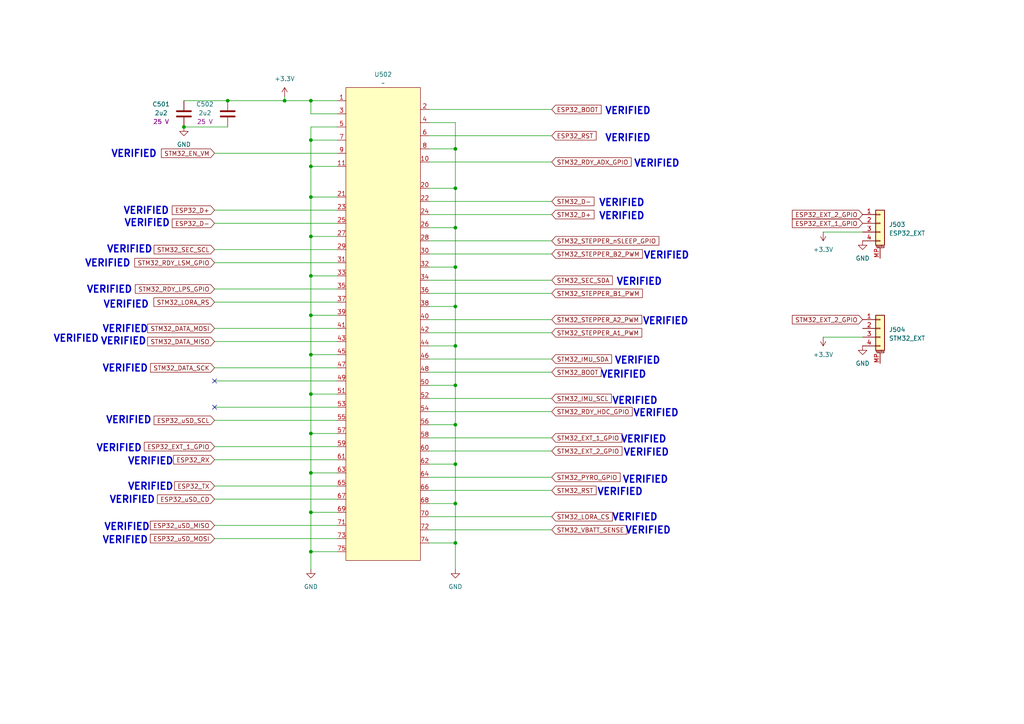
<source format=kicad_sch>
(kicad_sch
	(version 20231120)
	(generator "eeschema")
	(generator_version "8.0")
	(uuid "8aa1a742-5cda-4251-9af9-da89eec1753d")
	(paper "A4")
	(lib_symbols
		(symbol "Connector_Generic_MountingPin:Conn_01x04_MountingPin"
			(pin_names
				(offset 1.016) hide)
			(exclude_from_sim no)
			(in_bom yes)
			(on_board yes)
			(property "Reference" "J"
				(at 0 5.08 0)
				(effects
					(font
						(size 1.27 1.27)
					)
				)
			)
			(property "Value" "Conn_01x04_MountingPin"
				(at 1.27 -7.62 0)
				(effects
					(font
						(size 1.27 1.27)
					)
					(justify left)
				)
			)
			(property "Footprint" ""
				(at 0 0 0)
				(effects
					(font
						(size 1.27 1.27)
					)
					(hide yes)
				)
			)
			(property "Datasheet" "~"
				(at 0 0 0)
				(effects
					(font
						(size 1.27 1.27)
					)
					(hide yes)
				)
			)
			(property "Description" "Generic connectable mounting pin connector, single row, 01x04, script generated (kicad-library-utils/schlib/autogen/connector/)"
				(at 0 0 0)
				(effects
					(font
						(size 1.27 1.27)
					)
					(hide yes)
				)
			)
			(property "ki_keywords" "connector"
				(at 0 0 0)
				(effects
					(font
						(size 1.27 1.27)
					)
					(hide yes)
				)
			)
			(property "ki_fp_filters" "Connector*:*_1x??-1MP*"
				(at 0 0 0)
				(effects
					(font
						(size 1.27 1.27)
					)
					(hide yes)
				)
			)
			(symbol "Conn_01x04_MountingPin_1_1"
				(rectangle
					(start -1.27 -4.953)
					(end 0 -5.207)
					(stroke
						(width 0.1524)
						(type default)
					)
					(fill
						(type none)
					)
				)
				(rectangle
					(start -1.27 -2.413)
					(end 0 -2.667)
					(stroke
						(width 0.1524)
						(type default)
					)
					(fill
						(type none)
					)
				)
				(rectangle
					(start -1.27 0.127)
					(end 0 -0.127)
					(stroke
						(width 0.1524)
						(type default)
					)
					(fill
						(type none)
					)
				)
				(rectangle
					(start -1.27 2.667)
					(end 0 2.413)
					(stroke
						(width 0.1524)
						(type default)
					)
					(fill
						(type none)
					)
				)
				(rectangle
					(start -1.27 3.81)
					(end 1.27 -6.35)
					(stroke
						(width 0.254)
						(type default)
					)
					(fill
						(type background)
					)
				)
				(polyline
					(pts
						(xy -1.016 -7.112) (xy 1.016 -7.112)
					)
					(stroke
						(width 0.1524)
						(type default)
					)
					(fill
						(type none)
					)
				)
				(text "Mounting"
					(at 0 -6.731 0)
					(effects
						(font
							(size 0.381 0.381)
						)
					)
				)
				(pin passive line
					(at -5.08 2.54 0)
					(length 3.81)
					(name "Pin_1"
						(effects
							(font
								(size 1.27 1.27)
							)
						)
					)
					(number "1"
						(effects
							(font
								(size 1.27 1.27)
							)
						)
					)
				)
				(pin passive line
					(at -5.08 0 0)
					(length 3.81)
					(name "Pin_2"
						(effects
							(font
								(size 1.27 1.27)
							)
						)
					)
					(number "2"
						(effects
							(font
								(size 1.27 1.27)
							)
						)
					)
				)
				(pin passive line
					(at -5.08 -2.54 0)
					(length 3.81)
					(name "Pin_3"
						(effects
							(font
								(size 1.27 1.27)
							)
						)
					)
					(number "3"
						(effects
							(font
								(size 1.27 1.27)
							)
						)
					)
				)
				(pin passive line
					(at -5.08 -5.08 0)
					(length 3.81)
					(name "Pin_4"
						(effects
							(font
								(size 1.27 1.27)
							)
						)
					)
					(number "4"
						(effects
							(font
								(size 1.27 1.27)
							)
						)
					)
				)
				(pin passive line
					(at 0 -10.16 90)
					(length 3.048)
					(name "MountPin"
						(effects
							(font
								(size 1.27 1.27)
							)
						)
					)
					(number "MP"
						(effects
							(font
								(size 1.27 1.27)
							)
						)
					)
				)
			)
		)
		(symbol "Device:C"
			(pin_numbers hide)
			(pin_names
				(offset 0.254)
			)
			(exclude_from_sim no)
			(in_bom yes)
			(on_board yes)
			(property "Reference" "C"
				(at 0.635 2.54 0)
				(effects
					(font
						(size 1.27 1.27)
					)
					(justify left)
				)
			)
			(property "Value" "C"
				(at 0.635 -2.54 0)
				(effects
					(font
						(size 1.27 1.27)
					)
					(justify left)
				)
			)
			(property "Footprint" ""
				(at 0.9652 -3.81 0)
				(effects
					(font
						(size 1.27 1.27)
					)
					(hide yes)
				)
			)
			(property "Datasheet" "~"
				(at 0 0 0)
				(effects
					(font
						(size 1.27 1.27)
					)
					(hide yes)
				)
			)
			(property "Description" "Unpolarized capacitor"
				(at 0 0 0)
				(effects
					(font
						(size 1.27 1.27)
					)
					(hide yes)
				)
			)
			(property "ki_keywords" "cap capacitor"
				(at 0 0 0)
				(effects
					(font
						(size 1.27 1.27)
					)
					(hide yes)
				)
			)
			(property "ki_fp_filters" "C_*"
				(at 0 0 0)
				(effects
					(font
						(size 1.27 1.27)
					)
					(hide yes)
				)
			)
			(symbol "C_0_1"
				(polyline
					(pts
						(xy -2.032 -0.762) (xy 2.032 -0.762)
					)
					(stroke
						(width 0.508)
						(type default)
					)
					(fill
						(type none)
					)
				)
				(polyline
					(pts
						(xy -2.032 0.762) (xy 2.032 0.762)
					)
					(stroke
						(width 0.508)
						(type default)
					)
					(fill
						(type none)
					)
				)
			)
			(symbol "C_1_1"
				(pin passive line
					(at 0 3.81 270)
					(length 2.794)
					(name "~"
						(effects
							(font
								(size 1.27 1.27)
							)
						)
					)
					(number "1"
						(effects
							(font
								(size 1.27 1.27)
							)
						)
					)
				)
				(pin passive line
					(at 0 -3.81 90)
					(length 2.794)
					(name "~"
						(effects
							(font
								(size 1.27 1.27)
							)
						)
					)
					(number "2"
						(effects
							(font
								(size 1.27 1.27)
							)
						)
					)
				)
			)
		)
		(symbol "FPC Connector:75_0.5P_M.2_Connector"
			(exclude_from_sim no)
			(in_bom yes)
			(on_board yes)
			(property "Reference" "U"
				(at 3.81 2.54 0)
				(effects
					(font
						(size 1.27 1.27)
					)
				)
			)
			(property "Value" ""
				(at 0 2.54 0)
				(effects
					(font
						(size 1.27 1.27)
					)
				)
			)
			(property "Footprint" ""
				(at 0 2.54 0)
				(effects
					(font
						(size 1.27 1.27)
					)
					(hide yes)
				)
			)
			(property "Datasheet" ""
				(at 0 2.54 0)
				(effects
					(font
						(size 1.27 1.27)
					)
					(hide yes)
				)
			)
			(property "Description" ""
				(at 0 2.54 0)
				(effects
					(font
						(size 1.27 1.27)
					)
					(hide yes)
				)
			)
			(symbol "75_0.5P_M.2_Connector_1_1"
				(rectangle
					(start -11.43 66.04)
					(end 10.16 -71.12)
					(stroke
						(width 0)
						(type default)
					)
					(fill
						(type background)
					)
				)
				(pin input line
					(at -13.97 62.23 0)
					(length 2.54)
					(name ""
						(effects
							(font
								(size 1.27 1.27)
							)
						)
					)
					(number "1"
						(effects
							(font
								(size 1.27 1.27)
							)
						)
					)
				)
				(pin input line
					(at 12.7 44.45 180)
					(length 2.54)
					(name ""
						(effects
							(font
								(size 1.27 1.27)
							)
						)
					)
					(number "10"
						(effects
							(font
								(size 1.27 1.27)
							)
						)
					)
				)
				(pin input line
					(at -13.97 43.18 0)
					(length 2.54)
					(name ""
						(effects
							(font
								(size 1.27 1.27)
							)
						)
					)
					(number "11"
						(effects
							(font
								(size 1.27 1.27)
							)
						)
					)
				)
				(pin input line
					(at 12.7 59.69 180)
					(length 2.54)
					(name ""
						(effects
							(font
								(size 1.27 1.27)
							)
						)
					)
					(number "2"
						(effects
							(font
								(size 1.27 1.27)
							)
						)
					)
				)
				(pin input line
					(at 12.7 36.83 180)
					(length 2.54)
					(name ""
						(effects
							(font
								(size 1.27 1.27)
							)
						)
					)
					(number "20"
						(effects
							(font
								(size 1.27 1.27)
							)
						)
					)
				)
				(pin input line
					(at -13.97 34.29 0)
					(length 2.54)
					(name ""
						(effects
							(font
								(size 1.27 1.27)
							)
						)
					)
					(number "21"
						(effects
							(font
								(size 1.27 1.27)
							)
						)
					)
				)
				(pin input line
					(at 12.7 33.02 180)
					(length 2.54)
					(name ""
						(effects
							(font
								(size 1.27 1.27)
							)
						)
					)
					(number "22"
						(effects
							(font
								(size 1.27 1.27)
							)
						)
					)
				)
				(pin input line
					(at -13.97 30.48 0)
					(length 2.54)
					(name ""
						(effects
							(font
								(size 1.27 1.27)
							)
						)
					)
					(number "23"
						(effects
							(font
								(size 1.27 1.27)
							)
						)
					)
				)
				(pin input line
					(at 12.7 29.21 180)
					(length 2.54)
					(name ""
						(effects
							(font
								(size 1.27 1.27)
							)
						)
					)
					(number "24"
						(effects
							(font
								(size 1.27 1.27)
							)
						)
					)
				)
				(pin input line
					(at -13.97 26.67 0)
					(length 2.54)
					(name ""
						(effects
							(font
								(size 1.27 1.27)
							)
						)
					)
					(number "25"
						(effects
							(font
								(size 1.27 1.27)
							)
						)
					)
				)
				(pin input line
					(at 12.7 25.4 180)
					(length 2.54)
					(name ""
						(effects
							(font
								(size 1.27 1.27)
							)
						)
					)
					(number "26"
						(effects
							(font
								(size 1.27 1.27)
							)
						)
					)
				)
				(pin input line
					(at -13.97 22.86 0)
					(length 2.54)
					(name ""
						(effects
							(font
								(size 1.27 1.27)
							)
						)
					)
					(number "27"
						(effects
							(font
								(size 1.27 1.27)
							)
						)
					)
				)
				(pin input line
					(at 12.7 21.59 180)
					(length 2.54)
					(name ""
						(effects
							(font
								(size 1.27 1.27)
							)
						)
					)
					(number "28"
						(effects
							(font
								(size 1.27 1.27)
							)
						)
					)
				)
				(pin input line
					(at -13.97 19.05 0)
					(length 2.54)
					(name ""
						(effects
							(font
								(size 1.27 1.27)
							)
						)
					)
					(number "29"
						(effects
							(font
								(size 1.27 1.27)
							)
						)
					)
				)
				(pin input line
					(at -13.97 58.42 0)
					(length 2.54)
					(name ""
						(effects
							(font
								(size 1.27 1.27)
							)
						)
					)
					(number "3"
						(effects
							(font
								(size 1.27 1.27)
							)
						)
					)
				)
				(pin input line
					(at 12.7 17.78 180)
					(length 2.54)
					(name ""
						(effects
							(font
								(size 1.27 1.27)
							)
						)
					)
					(number "30"
						(effects
							(font
								(size 1.27 1.27)
							)
						)
					)
				)
				(pin input line
					(at -13.97 15.24 0)
					(length 2.54)
					(name ""
						(effects
							(font
								(size 1.27 1.27)
							)
						)
					)
					(number "31"
						(effects
							(font
								(size 1.27 1.27)
							)
						)
					)
				)
				(pin input line
					(at 12.7 13.97 180)
					(length 2.54)
					(name ""
						(effects
							(font
								(size 1.27 1.27)
							)
						)
					)
					(number "32"
						(effects
							(font
								(size 1.27 1.27)
							)
						)
					)
				)
				(pin input line
					(at -13.97 11.43 0)
					(length 2.54)
					(name ""
						(effects
							(font
								(size 1.27 1.27)
							)
						)
					)
					(number "33"
						(effects
							(font
								(size 1.27 1.27)
							)
						)
					)
				)
				(pin input line
					(at 12.7 10.16 180)
					(length 2.54)
					(name ""
						(effects
							(font
								(size 1.27 1.27)
							)
						)
					)
					(number "34"
						(effects
							(font
								(size 1.27 1.27)
							)
						)
					)
				)
				(pin input line
					(at -13.97 7.62 0)
					(length 2.54)
					(name ""
						(effects
							(font
								(size 1.27 1.27)
							)
						)
					)
					(number "35"
						(effects
							(font
								(size 1.27 1.27)
							)
						)
					)
				)
				(pin input line
					(at 12.7 6.35 180)
					(length 2.54)
					(name ""
						(effects
							(font
								(size 1.27 1.27)
							)
						)
					)
					(number "36"
						(effects
							(font
								(size 1.27 1.27)
							)
						)
					)
				)
				(pin input line
					(at -13.97 3.81 0)
					(length 2.54)
					(name ""
						(effects
							(font
								(size 1.27 1.27)
							)
						)
					)
					(number "37"
						(effects
							(font
								(size 1.27 1.27)
							)
						)
					)
				)
				(pin input line
					(at 12.7 2.54 180)
					(length 2.54)
					(name ""
						(effects
							(font
								(size 1.27 1.27)
							)
						)
					)
					(number "38"
						(effects
							(font
								(size 1.27 1.27)
							)
						)
					)
				)
				(pin input line
					(at -13.97 0 0)
					(length 2.54)
					(name ""
						(effects
							(font
								(size 1.27 1.27)
							)
						)
					)
					(number "39"
						(effects
							(font
								(size 1.27 1.27)
							)
						)
					)
				)
				(pin input line
					(at 12.7 55.88 180)
					(length 2.54)
					(name ""
						(effects
							(font
								(size 1.27 1.27)
							)
						)
					)
					(number "4"
						(effects
							(font
								(size 1.27 1.27)
							)
						)
					)
				)
				(pin input line
					(at 12.7 -1.27 180)
					(length 2.54)
					(name ""
						(effects
							(font
								(size 1.27 1.27)
							)
						)
					)
					(number "40"
						(effects
							(font
								(size 1.27 1.27)
							)
						)
					)
				)
				(pin input line
					(at -13.97 -3.81 0)
					(length 2.54)
					(name ""
						(effects
							(font
								(size 1.27 1.27)
							)
						)
					)
					(number "41"
						(effects
							(font
								(size 1.27 1.27)
							)
						)
					)
				)
				(pin input line
					(at 12.7 -5.08 180)
					(length 2.54)
					(name ""
						(effects
							(font
								(size 1.27 1.27)
							)
						)
					)
					(number "42"
						(effects
							(font
								(size 1.27 1.27)
							)
						)
					)
				)
				(pin input line
					(at -13.97 -7.62 0)
					(length 2.54)
					(name ""
						(effects
							(font
								(size 1.27 1.27)
							)
						)
					)
					(number "43"
						(effects
							(font
								(size 1.27 1.27)
							)
						)
					)
				)
				(pin input line
					(at 12.7 -8.89 180)
					(length 2.54)
					(name ""
						(effects
							(font
								(size 1.27 1.27)
							)
						)
					)
					(number "44"
						(effects
							(font
								(size 1.27 1.27)
							)
						)
					)
				)
				(pin input line
					(at -13.97 -11.43 0)
					(length 2.54)
					(name ""
						(effects
							(font
								(size 1.27 1.27)
							)
						)
					)
					(number "45"
						(effects
							(font
								(size 1.27 1.27)
							)
						)
					)
				)
				(pin input line
					(at 12.7 -12.7 180)
					(length 2.54)
					(name ""
						(effects
							(font
								(size 1.27 1.27)
							)
						)
					)
					(number "46"
						(effects
							(font
								(size 1.27 1.27)
							)
						)
					)
				)
				(pin input line
					(at -13.97 -15.24 0)
					(length 2.54)
					(name ""
						(effects
							(font
								(size 1.27 1.27)
							)
						)
					)
					(number "47"
						(effects
							(font
								(size 1.27 1.27)
							)
						)
					)
				)
				(pin input line
					(at 12.7 -16.51 180)
					(length 2.54)
					(name ""
						(effects
							(font
								(size 1.27 1.27)
							)
						)
					)
					(number "48"
						(effects
							(font
								(size 1.27 1.27)
							)
						)
					)
				)
				(pin input line
					(at -13.97 -19.05 0)
					(length 2.54)
					(name ""
						(effects
							(font
								(size 1.27 1.27)
							)
						)
					)
					(number "49"
						(effects
							(font
								(size 1.27 1.27)
							)
						)
					)
				)
				(pin input line
					(at -13.97 54.61 0)
					(length 2.54)
					(name ""
						(effects
							(font
								(size 1.27 1.27)
							)
						)
					)
					(number "5"
						(effects
							(font
								(size 1.27 1.27)
							)
						)
					)
				)
				(pin input line
					(at 12.7 -20.32 180)
					(length 2.54)
					(name ""
						(effects
							(font
								(size 1.27 1.27)
							)
						)
					)
					(number "50"
						(effects
							(font
								(size 1.27 1.27)
							)
						)
					)
				)
				(pin input line
					(at -13.97 -22.86 0)
					(length 2.54)
					(name ""
						(effects
							(font
								(size 1.27 1.27)
							)
						)
					)
					(number "51"
						(effects
							(font
								(size 1.27 1.27)
							)
						)
					)
				)
				(pin input line
					(at 12.7 -24.13 180)
					(length 2.54)
					(name ""
						(effects
							(font
								(size 1.27 1.27)
							)
						)
					)
					(number "52"
						(effects
							(font
								(size 1.27 1.27)
							)
						)
					)
				)
				(pin input line
					(at -13.97 -26.67 0)
					(length 2.54)
					(name ""
						(effects
							(font
								(size 1.27 1.27)
							)
						)
					)
					(number "53"
						(effects
							(font
								(size 1.27 1.27)
							)
						)
					)
				)
				(pin input line
					(at 12.7 -27.94 180)
					(length 2.54)
					(name ""
						(effects
							(font
								(size 1.27 1.27)
							)
						)
					)
					(number "54"
						(effects
							(font
								(size 1.27 1.27)
							)
						)
					)
				)
				(pin input line
					(at -13.97 -30.48 0)
					(length 2.54)
					(name ""
						(effects
							(font
								(size 1.27 1.27)
							)
						)
					)
					(number "55"
						(effects
							(font
								(size 1.27 1.27)
							)
						)
					)
				)
				(pin input line
					(at 12.7 -31.75 180)
					(length 2.54)
					(name ""
						(effects
							(font
								(size 1.27 1.27)
							)
						)
					)
					(number "56"
						(effects
							(font
								(size 1.27 1.27)
							)
						)
					)
				)
				(pin input line
					(at -13.97 -34.29 0)
					(length 2.54)
					(name ""
						(effects
							(font
								(size 1.27 1.27)
							)
						)
					)
					(number "57"
						(effects
							(font
								(size 1.27 1.27)
							)
						)
					)
				)
				(pin input line
					(at 12.7 -35.56 180)
					(length 2.54)
					(name ""
						(effects
							(font
								(size 1.27 1.27)
							)
						)
					)
					(number "58"
						(effects
							(font
								(size 1.27 1.27)
							)
						)
					)
				)
				(pin input line
					(at -13.97 -38.1 0)
					(length 2.54)
					(name ""
						(effects
							(font
								(size 1.27 1.27)
							)
						)
					)
					(number "59"
						(effects
							(font
								(size 1.27 1.27)
							)
						)
					)
				)
				(pin input line
					(at 12.7 52.07 180)
					(length 2.54)
					(name ""
						(effects
							(font
								(size 1.27 1.27)
							)
						)
					)
					(number "6"
						(effects
							(font
								(size 1.27 1.27)
							)
						)
					)
				)
				(pin input line
					(at 12.7 -39.37 180)
					(length 2.54)
					(name ""
						(effects
							(font
								(size 1.27 1.27)
							)
						)
					)
					(number "60"
						(effects
							(font
								(size 1.27 1.27)
							)
						)
					)
				)
				(pin input line
					(at -13.97 -41.91 0)
					(length 2.54)
					(name ""
						(effects
							(font
								(size 1.27 1.27)
							)
						)
					)
					(number "61"
						(effects
							(font
								(size 1.27 1.27)
							)
						)
					)
				)
				(pin input line
					(at 12.7 -43.18 180)
					(length 2.54)
					(name ""
						(effects
							(font
								(size 1.27 1.27)
							)
						)
					)
					(number "62"
						(effects
							(font
								(size 1.27 1.27)
							)
						)
					)
				)
				(pin input line
					(at -13.97 -45.72 0)
					(length 2.54)
					(name ""
						(effects
							(font
								(size 1.27 1.27)
							)
						)
					)
					(number "63"
						(effects
							(font
								(size 1.27 1.27)
							)
						)
					)
				)
				(pin input line
					(at 12.7 -46.99 180)
					(length 2.54)
					(name ""
						(effects
							(font
								(size 1.27 1.27)
							)
						)
					)
					(number "64"
						(effects
							(font
								(size 1.27 1.27)
							)
						)
					)
				)
				(pin input line
					(at -13.97 -49.53 0)
					(length 2.54)
					(name ""
						(effects
							(font
								(size 1.27 1.27)
							)
						)
					)
					(number "65"
						(effects
							(font
								(size 1.27 1.27)
							)
						)
					)
				)
				(pin input line
					(at 12.7 -50.8 180)
					(length 2.54)
					(name ""
						(effects
							(font
								(size 1.27 1.27)
							)
						)
					)
					(number "66"
						(effects
							(font
								(size 1.27 1.27)
							)
						)
					)
				)
				(pin input line
					(at -13.97 -53.34 0)
					(length 2.54)
					(name ""
						(effects
							(font
								(size 1.27 1.27)
							)
						)
					)
					(number "67"
						(effects
							(font
								(size 1.27 1.27)
							)
						)
					)
				)
				(pin input line
					(at 12.7 -54.61 180)
					(length 2.54)
					(name ""
						(effects
							(font
								(size 1.27 1.27)
							)
						)
					)
					(number "68"
						(effects
							(font
								(size 1.27 1.27)
							)
						)
					)
				)
				(pin input line
					(at -13.97 -57.15 0)
					(length 2.54)
					(name ""
						(effects
							(font
								(size 1.27 1.27)
							)
						)
					)
					(number "69"
						(effects
							(font
								(size 1.27 1.27)
							)
						)
					)
				)
				(pin input line
					(at -13.97 50.8 0)
					(length 2.54)
					(name ""
						(effects
							(font
								(size 1.27 1.27)
							)
						)
					)
					(number "7"
						(effects
							(font
								(size 1.27 1.27)
							)
						)
					)
				)
				(pin input line
					(at 12.7 -58.42 180)
					(length 2.54)
					(name ""
						(effects
							(font
								(size 1.27 1.27)
							)
						)
					)
					(number "70"
						(effects
							(font
								(size 1.27 1.27)
							)
						)
					)
				)
				(pin input line
					(at -13.97 -60.96 0)
					(length 2.54)
					(name ""
						(effects
							(font
								(size 1.27 1.27)
							)
						)
					)
					(number "71"
						(effects
							(font
								(size 1.27 1.27)
							)
						)
					)
				)
				(pin input line
					(at 12.7 -62.23 180)
					(length 2.54)
					(name ""
						(effects
							(font
								(size 1.27 1.27)
							)
						)
					)
					(number "72"
						(effects
							(font
								(size 1.27 1.27)
							)
						)
					)
				)
				(pin input line
					(at -13.97 -64.77 0)
					(length 2.54)
					(name ""
						(effects
							(font
								(size 1.27 1.27)
							)
						)
					)
					(number "73"
						(effects
							(font
								(size 1.27 1.27)
							)
						)
					)
				)
				(pin input line
					(at 12.7 -66.04 180)
					(length 2.54)
					(name ""
						(effects
							(font
								(size 1.27 1.27)
							)
						)
					)
					(number "74"
						(effects
							(font
								(size 1.27 1.27)
							)
						)
					)
				)
				(pin input line
					(at -13.97 -68.58 0)
					(length 2.54)
					(name ""
						(effects
							(font
								(size 1.27 1.27)
							)
						)
					)
					(number "75"
						(effects
							(font
								(size 1.27 1.27)
							)
						)
					)
				)
				(pin input line
					(at 12.7 48.26 180)
					(length 2.54)
					(name ""
						(effects
							(font
								(size 1.27 1.27)
							)
						)
					)
					(number "8"
						(effects
							(font
								(size 1.27 1.27)
							)
						)
					)
				)
				(pin input line
					(at -13.97 46.99 0)
					(length 2.54)
					(name ""
						(effects
							(font
								(size 1.27 1.27)
							)
						)
					)
					(number "9"
						(effects
							(font
								(size 1.27 1.27)
							)
						)
					)
				)
			)
		)
		(symbol "power:+3.3V"
			(power)
			(pin_numbers hide)
			(pin_names
				(offset 0) hide)
			(exclude_from_sim no)
			(in_bom yes)
			(on_board yes)
			(property "Reference" "#PWR"
				(at 0 -3.81 0)
				(effects
					(font
						(size 1.27 1.27)
					)
					(hide yes)
				)
			)
			(property "Value" "+3.3V"
				(at 0 3.556 0)
				(effects
					(font
						(size 1.27 1.27)
					)
				)
			)
			(property "Footprint" ""
				(at 0 0 0)
				(effects
					(font
						(size 1.27 1.27)
					)
					(hide yes)
				)
			)
			(property "Datasheet" ""
				(at 0 0 0)
				(effects
					(font
						(size 1.27 1.27)
					)
					(hide yes)
				)
			)
			(property "Description" "Power symbol creates a global label with name \"+3.3V\""
				(at 0 0 0)
				(effects
					(font
						(size 1.27 1.27)
					)
					(hide yes)
				)
			)
			(property "ki_keywords" "global power"
				(at 0 0 0)
				(effects
					(font
						(size 1.27 1.27)
					)
					(hide yes)
				)
			)
			(symbol "+3.3V_0_1"
				(polyline
					(pts
						(xy -0.762 1.27) (xy 0 2.54)
					)
					(stroke
						(width 0)
						(type default)
					)
					(fill
						(type none)
					)
				)
				(polyline
					(pts
						(xy 0 0) (xy 0 2.54)
					)
					(stroke
						(width 0)
						(type default)
					)
					(fill
						(type none)
					)
				)
				(polyline
					(pts
						(xy 0 2.54) (xy 0.762 1.27)
					)
					(stroke
						(width 0)
						(type default)
					)
					(fill
						(type none)
					)
				)
			)
			(symbol "+3.3V_1_1"
				(pin power_in line
					(at 0 0 90)
					(length 0)
					(name "~"
						(effects
							(font
								(size 1.27 1.27)
							)
						)
					)
					(number "1"
						(effects
							(font
								(size 1.27 1.27)
							)
						)
					)
				)
			)
		)
		(symbol "power:GND"
			(power)
			(pin_numbers hide)
			(pin_names
				(offset 0) hide)
			(exclude_from_sim no)
			(in_bom yes)
			(on_board yes)
			(property "Reference" "#PWR"
				(at 0 -6.35 0)
				(effects
					(font
						(size 1.27 1.27)
					)
					(hide yes)
				)
			)
			(property "Value" "GND"
				(at 0 -3.81 0)
				(effects
					(font
						(size 1.27 1.27)
					)
				)
			)
			(property "Footprint" ""
				(at 0 0 0)
				(effects
					(font
						(size 1.27 1.27)
					)
					(hide yes)
				)
			)
			(property "Datasheet" ""
				(at 0 0 0)
				(effects
					(font
						(size 1.27 1.27)
					)
					(hide yes)
				)
			)
			(property "Description" "Power symbol creates a global label with name \"GND\" , ground"
				(at 0 0 0)
				(effects
					(font
						(size 1.27 1.27)
					)
					(hide yes)
				)
			)
			(property "ki_keywords" "global power"
				(at 0 0 0)
				(effects
					(font
						(size 1.27 1.27)
					)
					(hide yes)
				)
			)
			(symbol "GND_0_1"
				(polyline
					(pts
						(xy 0 0) (xy 0 -1.27) (xy 1.27 -1.27) (xy 0 -2.54) (xy -1.27 -1.27) (xy 0 -1.27)
					)
					(stroke
						(width 0)
						(type default)
					)
					(fill
						(type none)
					)
				)
			)
			(symbol "GND_1_1"
				(pin power_in line
					(at 0 0 270)
					(length 0)
					(name "~"
						(effects
							(font
								(size 1.27 1.27)
							)
						)
					)
					(number "1"
						(effects
							(font
								(size 1.27 1.27)
							)
						)
					)
				)
			)
		)
	)
	(junction
		(at 90.17 91.44)
		(diameter 0)
		(color 0 0 0 0)
		(uuid "0ca16398-f198-4936-a955-b2a9d37729fb")
	)
	(junction
		(at 90.17 148.59)
		(diameter 0)
		(color 0 0 0 0)
		(uuid "17e83155-59da-49bb-a109-1f382b3da8c9")
	)
	(junction
		(at 90.17 125.73)
		(diameter 0)
		(color 0 0 0 0)
		(uuid "199cd623-fcbd-4033-aa7c-0432a4e8053a")
	)
	(junction
		(at 132.08 123.19)
		(diameter 0)
		(color 0 0 0 0)
		(uuid "1a990c61-1727-4d36-a17b-1150e5515eab")
	)
	(junction
		(at 90.17 102.87)
		(diameter 0)
		(color 0 0 0 0)
		(uuid "2b9d065f-daeb-491c-b758-4caffe1d8118")
	)
	(junction
		(at 132.08 77.47)
		(diameter 0)
		(color 0 0 0 0)
		(uuid "38c7676e-49ef-45fb-9513-25a1b6a10a4d")
	)
	(junction
		(at 132.08 146.05)
		(diameter 0)
		(color 0 0 0 0)
		(uuid "4477c06b-e3e0-4556-a988-78bf706ad8c3")
	)
	(junction
		(at 53.34 36.83)
		(diameter 0)
		(color 0 0 0 0)
		(uuid "52a41958-9f82-4883-bc11-84d92043d1bd")
	)
	(junction
		(at 90.17 68.58)
		(diameter 0)
		(color 0 0 0 0)
		(uuid "56dd3622-57fe-411a-a44a-ec3110abbe0d")
	)
	(junction
		(at 90.17 137.16)
		(diameter 0)
		(color 0 0 0 0)
		(uuid "68199dc1-3aa4-448f-8279-130108f77a4d")
	)
	(junction
		(at 90.17 160.02)
		(diameter 0)
		(color 0 0 0 0)
		(uuid "6ccbb462-4626-4f02-8d3d-1cd9c59cfdaa")
	)
	(junction
		(at 132.08 66.04)
		(diameter 0)
		(color 0 0 0 0)
		(uuid "7176c29c-e829-4903-af76-17828ec4a5b6")
	)
	(junction
		(at 82.55 29.21)
		(diameter 0)
		(color 0 0 0 0)
		(uuid "7268edcb-bf60-4849-99b6-b8de51e59368")
	)
	(junction
		(at 132.08 54.61)
		(diameter 0)
		(color 0 0 0 0)
		(uuid "736790f0-1f54-46f5-b447-af15af9542f3")
	)
	(junction
		(at 66.04 29.21)
		(diameter 0)
		(color 0 0 0 0)
		(uuid "7b3374bb-caba-42b7-92ef-93c548bddbce")
	)
	(junction
		(at 90.17 40.64)
		(diameter 0)
		(color 0 0 0 0)
		(uuid "9b12b25e-ec5e-4106-9c6c-a5aca2aae194")
	)
	(junction
		(at 132.08 111.76)
		(diameter 0)
		(color 0 0 0 0)
		(uuid "9bf232e6-c204-4ffa-93c8-151137b78222")
	)
	(junction
		(at 132.08 43.18)
		(diameter 0)
		(color 0 0 0 0)
		(uuid "9ed8fcc2-b81f-4000-8ca0-0fa71992f152")
	)
	(junction
		(at 90.17 80.01)
		(diameter 0)
		(color 0 0 0 0)
		(uuid "a133859f-6453-4b3e-ad4a-f42c89eafb10")
	)
	(junction
		(at 90.17 29.21)
		(diameter 0)
		(color 0 0 0 0)
		(uuid "b44fe257-528b-4678-8363-ec792ef2ead1")
	)
	(junction
		(at 132.08 157.48)
		(diameter 0)
		(color 0 0 0 0)
		(uuid "b77ef0dc-ce45-4a75-bf23-812fafd761f3")
	)
	(junction
		(at 90.17 48.26)
		(diameter 0)
		(color 0 0 0 0)
		(uuid "c9e6cbe8-d50d-4cf2-a028-46eb04b21439")
	)
	(junction
		(at 90.17 114.3)
		(diameter 0)
		(color 0 0 0 0)
		(uuid "d076853e-6e30-4b6e-9ff6-078c5081fff5")
	)
	(junction
		(at 132.08 100.33)
		(diameter 0)
		(color 0 0 0 0)
		(uuid "de44f994-87f8-4970-91f8-363b9bb3672c")
	)
	(junction
		(at 90.17 57.15)
		(diameter 0)
		(color 0 0 0 0)
		(uuid "e2e7feb3-ce8b-4b9b-a378-1178aee0e59e")
	)
	(junction
		(at 132.08 88.9)
		(diameter 0)
		(color 0 0 0 0)
		(uuid "e495d7ff-eb84-41e9-8133-db6988579fd2")
	)
	(junction
		(at 132.08 134.62)
		(diameter 0)
		(color 0 0 0 0)
		(uuid "fd0341d1-d7d7-4032-841c-70ae80ad9c90")
	)
	(no_connect
		(at 62.23 110.49)
		(uuid "b7bb506b-7c73-4525-8c0a-1aa268b0db81")
	)
	(no_connect
		(at 62.23 118.11)
		(uuid "f45810f2-b5da-4ad5-b957-309ec79adc90")
	)
	(wire
		(pts
			(xy 132.08 146.05) (xy 132.08 157.48)
		)
		(stroke
			(width 0)
			(type default)
		)
		(uuid "01bc292f-1283-4223-bbfb-2b7674ed900a")
	)
	(wire
		(pts
			(xy 90.17 33.02) (xy 90.17 29.21)
		)
		(stroke
			(width 0)
			(type default)
		)
		(uuid "03dfe064-69cb-4e62-b464-a9e33dda10d9")
	)
	(wire
		(pts
			(xy 124.46 100.33) (xy 132.08 100.33)
		)
		(stroke
			(width 0)
			(type default)
		)
		(uuid "04b27c29-64bf-4a44-aea0-72c24c7e7927")
	)
	(wire
		(pts
			(xy 90.17 160.02) (xy 97.79 160.02)
		)
		(stroke
			(width 0)
			(type default)
		)
		(uuid "054681da-0fb2-4f55-bbb8-9061d5c8df03")
	)
	(wire
		(pts
			(xy 124.46 54.61) (xy 132.08 54.61)
		)
		(stroke
			(width 0)
			(type default)
		)
		(uuid "05b6efb7-c750-4a3a-8839-9615bd8098c4")
	)
	(wire
		(pts
			(xy 97.79 36.83) (xy 90.17 36.83)
		)
		(stroke
			(width 0)
			(type default)
		)
		(uuid "05e628a6-7445-4045-8e04-5088720ccc08")
	)
	(wire
		(pts
			(xy 238.76 97.79) (xy 250.19 97.79)
		)
		(stroke
			(width 0)
			(type default)
		)
		(uuid "06ebe101-783c-4a71-bf3d-6a55162ea19a")
	)
	(wire
		(pts
			(xy 90.17 160.02) (xy 90.17 165.1)
		)
		(stroke
			(width 0)
			(type default)
		)
		(uuid "0909a1d3-5c7e-43b9-b4a2-a2360568f451")
	)
	(wire
		(pts
			(xy 124.46 153.67) (xy 160.02 153.67)
		)
		(stroke
			(width 0)
			(type default)
		)
		(uuid "0a2fbebf-9d8d-4c13-a208-fb63f4c2dbdf")
	)
	(wire
		(pts
			(xy 62.23 129.54) (xy 97.79 129.54)
		)
		(stroke
			(width 0)
			(type default)
		)
		(uuid "0c6fa8e5-e3da-4d3e-9440-39aba69afa9b")
	)
	(wire
		(pts
			(xy 62.23 64.77) (xy 97.79 64.77)
		)
		(stroke
			(width 0)
			(type default)
		)
		(uuid "0e5b424c-b04e-4bae-ad99-08440477bc93")
	)
	(wire
		(pts
			(xy 90.17 91.44) (xy 90.17 102.87)
		)
		(stroke
			(width 0)
			(type default)
		)
		(uuid "15318de2-a00e-4000-a41c-b080c3cbc02d")
	)
	(wire
		(pts
			(xy 124.46 123.19) (xy 132.08 123.19)
		)
		(stroke
			(width 0)
			(type default)
		)
		(uuid "16d1cb65-122a-4674-a24c-d01b3bc9a063")
	)
	(wire
		(pts
			(xy 132.08 77.47) (xy 132.08 88.9)
		)
		(stroke
			(width 0)
			(type default)
		)
		(uuid "1e1ecbed-da01-46f0-9c51-d023a7f8ff03")
	)
	(wire
		(pts
			(xy 132.08 100.33) (xy 132.08 111.76)
		)
		(stroke
			(width 0)
			(type default)
		)
		(uuid "1ee219fa-051c-475e-856d-1edef09fa5e5")
	)
	(wire
		(pts
			(xy 132.08 134.62) (xy 132.08 146.05)
		)
		(stroke
			(width 0)
			(type default)
		)
		(uuid "20b7cead-ed16-475a-ac86-6dc6264f8264")
	)
	(wire
		(pts
			(xy 90.17 68.58) (xy 97.79 68.58)
		)
		(stroke
			(width 0)
			(type default)
		)
		(uuid "21981d27-9ef2-4f77-b40d-18608b227e56")
	)
	(wire
		(pts
			(xy 90.17 57.15) (xy 90.17 68.58)
		)
		(stroke
			(width 0)
			(type default)
		)
		(uuid "245d88d4-64ce-4653-a08e-9a9d2af18a8d")
	)
	(wire
		(pts
			(xy 90.17 57.15) (xy 97.79 57.15)
		)
		(stroke
			(width 0)
			(type default)
		)
		(uuid "27613bef-3892-45bd-b090-edb210df6b1e")
	)
	(wire
		(pts
			(xy 62.23 99.06) (xy 97.79 99.06)
		)
		(stroke
			(width 0)
			(type default)
		)
		(uuid "2a7756f0-1a22-41be-a854-88a58e2295b3")
	)
	(wire
		(pts
			(xy 124.46 81.28) (xy 160.02 81.28)
		)
		(stroke
			(width 0)
			(type default)
		)
		(uuid "2b360048-6b9a-4550-8da2-517d04605edb")
	)
	(wire
		(pts
			(xy 124.46 119.38) (xy 160.02 119.38)
		)
		(stroke
			(width 0)
			(type default)
		)
		(uuid "2b69c0b6-28be-4850-8fa2-deee04f4349d")
	)
	(wire
		(pts
			(xy 132.08 54.61) (xy 132.08 66.04)
		)
		(stroke
			(width 0)
			(type default)
		)
		(uuid "2bc78fda-46e1-4474-8066-829546e2e841")
	)
	(wire
		(pts
			(xy 124.46 58.42) (xy 160.02 58.42)
		)
		(stroke
			(width 0)
			(type default)
		)
		(uuid "2c7addf6-d3cc-4daa-ac37-676eddf21650")
	)
	(wire
		(pts
			(xy 62.23 60.96) (xy 97.79 60.96)
		)
		(stroke
			(width 0)
			(type default)
		)
		(uuid "2dd59f2e-e0fe-46ad-8d34-27a8cea6da38")
	)
	(wire
		(pts
			(xy 82.55 29.21) (xy 90.17 29.21)
		)
		(stroke
			(width 0)
			(type default)
		)
		(uuid "2e790ae0-ace9-4e2e-aa96-ad9e0b42be75")
	)
	(wire
		(pts
			(xy 62.23 133.35) (xy 97.79 133.35)
		)
		(stroke
			(width 0)
			(type default)
		)
		(uuid "2eff7cb2-139f-4755-a168-26c7e26623e8")
	)
	(wire
		(pts
			(xy 90.17 148.59) (xy 90.17 160.02)
		)
		(stroke
			(width 0)
			(type default)
		)
		(uuid "3193a4ee-d593-4ae0-a4b5-f7112ce69611")
	)
	(wire
		(pts
			(xy 124.46 134.62) (xy 132.08 134.62)
		)
		(stroke
			(width 0)
			(type default)
		)
		(uuid "3326525b-3253-4e24-8463-702a97bd9ee7")
	)
	(wire
		(pts
			(xy 66.04 29.21) (xy 82.55 29.21)
		)
		(stroke
			(width 0)
			(type default)
		)
		(uuid "3514b264-8ac5-4429-ad97-457c82a4894d")
	)
	(wire
		(pts
			(xy 62.23 95.25) (xy 97.79 95.25)
		)
		(stroke
			(width 0)
			(type default)
		)
		(uuid "36a35ac8-4b8a-4b02-9559-2740bd3238dc")
	)
	(wire
		(pts
			(xy 124.46 85.09) (xy 160.02 85.09)
		)
		(stroke
			(width 0)
			(type default)
		)
		(uuid "39e787e1-d75c-4655-9576-953bb6446244")
	)
	(wire
		(pts
			(xy 62.23 44.45) (xy 97.79 44.45)
		)
		(stroke
			(width 0)
			(type default)
		)
		(uuid "43d05306-26f3-4b95-a5a0-fc2a09a00756")
	)
	(wire
		(pts
			(xy 90.17 68.58) (xy 90.17 80.01)
		)
		(stroke
			(width 0)
			(type default)
		)
		(uuid "443d92a7-c6ea-4f31-8e8d-ac77908bbf08")
	)
	(wire
		(pts
			(xy 124.46 46.99) (xy 160.02 46.99)
		)
		(stroke
			(width 0)
			(type default)
		)
		(uuid "44f8cd40-0549-4aa4-99f9-614c4c0c17ae")
	)
	(wire
		(pts
			(xy 62.23 76.2) (xy 97.79 76.2)
		)
		(stroke
			(width 0)
			(type default)
		)
		(uuid "4a17ba96-b0f7-45b1-b894-61b4dfac67ce")
	)
	(wire
		(pts
			(xy 90.17 137.16) (xy 90.17 148.59)
		)
		(stroke
			(width 0)
			(type default)
		)
		(uuid "4a76f98c-ce03-4806-95b6-1e46615608b2")
	)
	(wire
		(pts
			(xy 124.46 96.52) (xy 160.02 96.52)
		)
		(stroke
			(width 0)
			(type default)
		)
		(uuid "4b728596-3c46-4ff7-980f-58958881f0b8")
	)
	(wire
		(pts
			(xy 90.17 102.87) (xy 97.79 102.87)
		)
		(stroke
			(width 0)
			(type default)
		)
		(uuid "4ba75423-68c3-4950-97d3-8f56bbd07245")
	)
	(wire
		(pts
			(xy 62.23 110.49) (xy 97.79 110.49)
		)
		(stroke
			(width 0)
			(type default)
		)
		(uuid "4d042cd7-92df-4a90-b4b1-b93e129aca04")
	)
	(wire
		(pts
			(xy 124.46 77.47) (xy 132.08 77.47)
		)
		(stroke
			(width 0)
			(type default)
		)
		(uuid "4f25b578-6750-4c4b-8556-de2d5938d17b")
	)
	(wire
		(pts
			(xy 132.08 157.48) (xy 132.08 165.1)
		)
		(stroke
			(width 0)
			(type default)
		)
		(uuid "4fe15ea3-7549-454b-a0a1-eb44fd512429")
	)
	(wire
		(pts
			(xy 124.46 142.24) (xy 160.02 142.24)
		)
		(stroke
			(width 0)
			(type default)
		)
		(uuid "5aeea39c-8d4e-49a5-af33-ee0529f13416")
	)
	(wire
		(pts
			(xy 124.46 43.18) (xy 132.08 43.18)
		)
		(stroke
			(width 0)
			(type default)
		)
		(uuid "5e356755-10b0-45c0-8c76-30f75c20abd0")
	)
	(wire
		(pts
			(xy 124.46 31.75) (xy 160.02 31.75)
		)
		(stroke
			(width 0)
			(type default)
		)
		(uuid "61cc4b3a-bb2a-45b6-80d3-a542754ce5c2")
	)
	(wire
		(pts
			(xy 124.46 115.57) (xy 160.02 115.57)
		)
		(stroke
			(width 0)
			(type default)
		)
		(uuid "6649a1f2-b6b7-4823-a4b9-b743408a67dd")
	)
	(wire
		(pts
			(xy 124.46 107.95) (xy 160.02 107.95)
		)
		(stroke
			(width 0)
			(type default)
		)
		(uuid "66bc276c-9a98-495a-890c-68990a2c6a57")
	)
	(wire
		(pts
			(xy 62.23 87.63) (xy 97.79 87.63)
		)
		(stroke
			(width 0)
			(type default)
		)
		(uuid "697e01ad-3570-4f88-8951-5faafb9be7be")
	)
	(wire
		(pts
			(xy 124.46 104.14) (xy 160.02 104.14)
		)
		(stroke
			(width 0)
			(type default)
		)
		(uuid "699c1374-3ab8-496b-a64c-0406237c0324")
	)
	(wire
		(pts
			(xy 124.46 127) (xy 160.02 127)
		)
		(stroke
			(width 0)
			(type default)
		)
		(uuid "6e543889-346a-41a3-a0b4-d157aa48f989")
	)
	(wire
		(pts
			(xy 90.17 137.16) (xy 97.79 137.16)
		)
		(stroke
			(width 0)
			(type default)
		)
		(uuid "6ec4077c-a0be-4c9b-952e-f05b28ae3123")
	)
	(wire
		(pts
			(xy 53.34 29.21) (xy 66.04 29.21)
		)
		(stroke
			(width 0)
			(type default)
		)
		(uuid "6f4f4e5c-1a1e-4547-892d-4036cf9469e4")
	)
	(wire
		(pts
			(xy 124.46 69.85) (xy 160.02 69.85)
		)
		(stroke
			(width 0)
			(type default)
		)
		(uuid "6f86b904-c261-404c-a54e-ca09a3fdd069")
	)
	(wire
		(pts
			(xy 90.17 114.3) (xy 97.79 114.3)
		)
		(stroke
			(width 0)
			(type default)
		)
		(uuid "6fbeb2f9-1947-4c19-8eda-73aca2d07fff")
	)
	(wire
		(pts
			(xy 82.55 27.94) (xy 82.55 29.21)
		)
		(stroke
			(width 0)
			(type default)
		)
		(uuid "7c7a47b1-0cc6-4477-8249-fad525d49323")
	)
	(wire
		(pts
			(xy 132.08 123.19) (xy 132.08 134.62)
		)
		(stroke
			(width 0)
			(type default)
		)
		(uuid "7dc323c8-4799-4334-86ec-352da5cba6e8")
	)
	(wire
		(pts
			(xy 90.17 40.64) (xy 90.17 48.26)
		)
		(stroke
			(width 0)
			(type default)
		)
		(uuid "7e7133fd-6e2a-45a5-a9a4-e0f4cdde5e02")
	)
	(wire
		(pts
			(xy 62.23 72.39) (xy 97.79 72.39)
		)
		(stroke
			(width 0)
			(type default)
		)
		(uuid "83056247-02e2-433a-91f9-e943c9272cde")
	)
	(wire
		(pts
			(xy 132.08 66.04) (xy 132.08 77.47)
		)
		(stroke
			(width 0)
			(type default)
		)
		(uuid "89c41138-8b18-449c-9419-bc4a60aff4bd")
	)
	(wire
		(pts
			(xy 90.17 102.87) (xy 90.17 114.3)
		)
		(stroke
			(width 0)
			(type default)
		)
		(uuid "8ba0fe50-0578-4e7e-b6d7-bb76b193d9b3")
	)
	(wire
		(pts
			(xy 124.46 66.04) (xy 132.08 66.04)
		)
		(stroke
			(width 0)
			(type default)
		)
		(uuid "8e045d07-848b-4c98-82fc-f6618e7044c8")
	)
	(wire
		(pts
			(xy 124.46 157.48) (xy 132.08 157.48)
		)
		(stroke
			(width 0)
			(type default)
		)
		(uuid "95605afa-1f57-4459-8d3f-e04696217edb")
	)
	(wire
		(pts
			(xy 124.46 130.81) (xy 160.02 130.81)
		)
		(stroke
			(width 0)
			(type default)
		)
		(uuid "978b8a8b-f483-4968-952d-0c1dc6496471")
	)
	(wire
		(pts
			(xy 124.46 62.23) (xy 160.02 62.23)
		)
		(stroke
			(width 0)
			(type default)
		)
		(uuid "9914851e-a928-4989-a29e-3e19d20fec3b")
	)
	(wire
		(pts
			(xy 90.17 125.73) (xy 97.79 125.73)
		)
		(stroke
			(width 0)
			(type default)
		)
		(uuid "9e3508ed-51b8-4b4f-9090-3547913bc0aa")
	)
	(wire
		(pts
			(xy 53.34 36.83) (xy 66.04 36.83)
		)
		(stroke
			(width 0)
			(type default)
		)
		(uuid "a8c9e6cd-1f1e-4408-af7c-c05eed20ae36")
	)
	(wire
		(pts
			(xy 124.46 73.66) (xy 160.02 73.66)
		)
		(stroke
			(width 0)
			(type default)
		)
		(uuid "a94985a6-8e56-4f54-9d29-e9096218361e")
	)
	(wire
		(pts
			(xy 90.17 48.26) (xy 97.79 48.26)
		)
		(stroke
			(width 0)
			(type default)
		)
		(uuid "a9e8278a-3652-4c6e-aeb6-c5f387340050")
	)
	(wire
		(pts
			(xy 124.46 111.76) (xy 132.08 111.76)
		)
		(stroke
			(width 0)
			(type default)
		)
		(uuid "ae4d39d2-4281-4b27-9240-a3dff309b77c")
	)
	(wire
		(pts
			(xy 124.46 138.43) (xy 160.02 138.43)
		)
		(stroke
			(width 0)
			(type default)
		)
		(uuid "b545312c-90d1-4a7b-8751-e5105d7eef8b")
	)
	(wire
		(pts
			(xy 90.17 114.3) (xy 90.17 125.73)
		)
		(stroke
			(width 0)
			(type default)
		)
		(uuid "b90ca4f6-0c37-4140-9712-5f09025d165a")
	)
	(wire
		(pts
			(xy 90.17 40.64) (xy 97.79 40.64)
		)
		(stroke
			(width 0)
			(type default)
		)
		(uuid "bafe105c-ed62-49db-a8b4-12cab1e6e576")
	)
	(wire
		(pts
			(xy 62.23 83.82) (xy 97.79 83.82)
		)
		(stroke
			(width 0)
			(type default)
		)
		(uuid "bb51cfcc-6b31-4f5d-934f-541b478a08f2")
	)
	(wire
		(pts
			(xy 124.46 39.37) (xy 160.02 39.37)
		)
		(stroke
			(width 0)
			(type default)
		)
		(uuid "bba82dda-cc4f-46a4-98e9-3885aba6a10a")
	)
	(wire
		(pts
			(xy 132.08 88.9) (xy 132.08 100.33)
		)
		(stroke
			(width 0)
			(type default)
		)
		(uuid "beb0ed9c-348d-4ae1-a4ec-b675cb63f4b6")
	)
	(wire
		(pts
			(xy 62.23 106.68) (xy 97.79 106.68)
		)
		(stroke
			(width 0)
			(type default)
		)
		(uuid "c62b8686-4b7e-4877-abd0-a32e95684309")
	)
	(wire
		(pts
			(xy 132.08 35.56) (xy 132.08 43.18)
		)
		(stroke
			(width 0)
			(type default)
		)
		(uuid "cd82cb60-cbe2-4474-bb2f-2c5f542cc415")
	)
	(wire
		(pts
			(xy 62.23 118.11) (xy 97.79 118.11)
		)
		(stroke
			(width 0)
			(type default)
		)
		(uuid "d113011d-da67-4a47-b147-4e3e79492fb1")
	)
	(wire
		(pts
			(xy 124.46 88.9) (xy 132.08 88.9)
		)
		(stroke
			(width 0)
			(type default)
		)
		(uuid "d8309e5a-f6e2-4fe6-9de7-c8404a98282d")
	)
	(wire
		(pts
			(xy 62.23 152.4) (xy 97.79 152.4)
		)
		(stroke
			(width 0)
			(type default)
		)
		(uuid "d834d0ee-c090-4047-a81a-466f2dd00848")
	)
	(wire
		(pts
			(xy 90.17 148.59) (xy 97.79 148.59)
		)
		(stroke
			(width 0)
			(type default)
		)
		(uuid "dd1a5767-295b-457d-b247-31eaa0207aaa")
	)
	(wire
		(pts
			(xy 90.17 91.44) (xy 97.79 91.44)
		)
		(stroke
			(width 0)
			(type default)
		)
		(uuid "dfeb14be-3581-41c1-9dcf-4478597cc783")
	)
	(wire
		(pts
			(xy 132.08 43.18) (xy 132.08 54.61)
		)
		(stroke
			(width 0)
			(type default)
		)
		(uuid "e031a9ef-fd20-4e5e-b9b1-6aeb08ed2492")
	)
	(wire
		(pts
			(xy 132.08 111.76) (xy 132.08 123.19)
		)
		(stroke
			(width 0)
			(type default)
		)
		(uuid "e0ca180b-fee4-4342-837a-237ae7a454f4")
	)
	(wire
		(pts
			(xy 90.17 125.73) (xy 90.17 137.16)
		)
		(stroke
			(width 0)
			(type default)
		)
		(uuid "e25c48fb-d89c-410b-ad99-35e72a52b58e")
	)
	(wire
		(pts
			(xy 62.23 156.21) (xy 97.79 156.21)
		)
		(stroke
			(width 0)
			(type default)
		)
		(uuid "e2b285bf-387c-4285-a4e0-b27e2ecdf50b")
	)
	(wire
		(pts
			(xy 62.23 121.92) (xy 97.79 121.92)
		)
		(stroke
			(width 0)
			(type default)
		)
		(uuid "e2c645a2-4140-48c4-8d77-4dc187ef89da")
	)
	(wire
		(pts
			(xy 90.17 48.26) (xy 90.17 57.15)
		)
		(stroke
			(width 0)
			(type default)
		)
		(uuid "e3b61659-c4dd-4794-892c-1b427e14b318")
	)
	(wire
		(pts
			(xy 90.17 29.21) (xy 97.79 29.21)
		)
		(stroke
			(width 0)
			(type default)
		)
		(uuid "e51a7cbc-929b-4e14-844b-84bdfdf5bc49")
	)
	(wire
		(pts
			(xy 124.46 149.86) (xy 160.02 149.86)
		)
		(stroke
			(width 0)
			(type default)
		)
		(uuid "e53675ad-107d-4aaa-9c44-e3bd5d25632f")
	)
	(wire
		(pts
			(xy 124.46 146.05) (xy 132.08 146.05)
		)
		(stroke
			(width 0)
			(type default)
		)
		(uuid "e81ea17d-a469-4acb-9b21-1a0e9eca5e91")
	)
	(wire
		(pts
			(xy 124.46 35.56) (xy 132.08 35.56)
		)
		(stroke
			(width 0)
			(type default)
		)
		(uuid "eac5a089-4afe-4d69-925c-e7d5e11b6018")
	)
	(wire
		(pts
			(xy 90.17 36.83) (xy 90.17 40.64)
		)
		(stroke
			(width 0)
			(type default)
		)
		(uuid "ec08187e-0973-4711-a87e-a807b4acea45")
	)
	(wire
		(pts
			(xy 124.46 92.71) (xy 160.02 92.71)
		)
		(stroke
			(width 0)
			(type default)
		)
		(uuid "ec9a42ca-9bd3-4683-b2b8-eb2d9cef82e7")
	)
	(wire
		(pts
			(xy 97.79 33.02) (xy 90.17 33.02)
		)
		(stroke
			(width 0)
			(type default)
		)
		(uuid "f0da2a77-e3b4-4d6f-a1cf-b8a524663729")
	)
	(wire
		(pts
			(xy 90.17 80.01) (xy 90.17 91.44)
		)
		(stroke
			(width 0)
			(type default)
		)
		(uuid "f42910e9-31fe-4d2c-872e-a48138c0f02f")
	)
	(wire
		(pts
			(xy 62.23 140.97) (xy 97.79 140.97)
		)
		(stroke
			(width 0)
			(type default)
		)
		(uuid "f4621a57-377e-4d3f-bacb-f3fbc20d4cfb")
	)
	(wire
		(pts
			(xy 238.76 67.31) (xy 250.19 67.31)
		)
		(stroke
			(width 0)
			(type default)
		)
		(uuid "f5fa600e-f473-4475-a988-3451be0e9070")
	)
	(wire
		(pts
			(xy 62.23 144.78) (xy 97.79 144.78)
		)
		(stroke
			(width 0)
			(type default)
		)
		(uuid "f76d819c-9bfb-4ec0-8fc3-727161fa7b27")
	)
	(wire
		(pts
			(xy 90.17 80.01) (xy 97.79 80.01)
		)
		(stroke
			(width 0)
			(type default)
		)
		(uuid "f9b43552-c249-4768-b53c-357339e0e363")
	)
	(text "VERIFIED"
		(exclude_from_sim no)
		(at 184.15 150.114 0)
		(effects
			(font
				(size 2 2)
				(thickness 0.4)
				(bold yes)
			)
		)
		(uuid "05efd09f-3dac-4c2b-b180-9fc979e0cbb4")
	)
	(text "VERIFIED"
		(exclude_from_sim no)
		(at 184.912 104.648 0)
		(effects
			(font
				(size 2 2)
				(thickness 0.4)
				(bold yes)
			)
		)
		(uuid "0c3d2976-7590-4f5c-a9a4-15d220c60ddf")
	)
	(text "VERIFIED"
		(exclude_from_sim no)
		(at 36.83 152.908 0)
		(effects
			(font
				(size 2 2)
				(thickness 0.4)
				(bold yes)
			)
		)
		(uuid "0c510954-391c-4196-b745-6b422460c7a6")
	)
	(text "VERIFIED"
		(exclude_from_sim no)
		(at 37.592 72.39 0)
		(effects
			(font
				(size 2 2)
				(thickness 0.4)
				(bold yes)
			)
		)
		(uuid "11054fc1-563b-44d8-892b-0eaecf7dde92")
	)
	(text "VERIFIED"
		(exclude_from_sim no)
		(at 43.688 133.858 0)
		(effects
			(font
				(size 2 2)
				(thickness 0.4)
				(bold yes)
			)
		)
		(uuid "1749b1a6-16d2-493f-89e8-8cb03cc84b23")
	)
	(text "VERIFIED"
		(exclude_from_sim no)
		(at 35.814 99.06 0)
		(effects
			(font
				(size 2 2)
				(thickness 0.4)
				(bold yes)
			)
		)
		(uuid "243ad4b4-3901-4f1d-a074-b7a32f19e63b")
	)
	(text "VERIFIED"
		(exclude_from_sim no)
		(at 190.5 47.498 0)
		(effects
			(font
				(size 2 2)
				(thickness 0.4)
				(bold yes)
			)
		)
		(uuid "2b056fc3-2eaf-480a-ba99-55fa8aa81899")
	)
	(text "VERIFIED"
		(exclude_from_sim no)
		(at 31.242 76.454 0)
		(effects
			(font
				(size 2 2)
				(thickness 0.4)
				(bold yes)
			)
		)
		(uuid "2d6c6a16-96ab-48d4-8ecd-96a40b36c98a")
	)
	(text "VERIFIED"
		(exclude_from_sim no)
		(at 42.672 64.77 0)
		(effects
			(font
				(size 2 2)
				(thickness 0.4)
				(bold yes)
			)
		)
		(uuid "30ae62c0-4e4a-4f98-b3bf-e7ed79045aac")
	)
	(text "VERIFIED"
		(exclude_from_sim no)
		(at 36.322 106.934 0)
		(effects
			(font
				(size 2 2)
				(thickness 0.4)
				(bold yes)
			)
		)
		(uuid "37f727fa-05f3-46b7-b593-c670407d014e")
	)
	(text "VERIFIED"
		(exclude_from_sim no)
		(at 38.354 145.034 0)
		(effects
			(font
				(size 2 2)
				(thickness 0.4)
				(bold yes)
			)
		)
		(uuid "408ea994-106d-4ab6-8a6a-6e5b3b3f28b0")
	)
	(text "VERIFIED"
		(exclude_from_sim no)
		(at 36.322 156.718 0)
		(effects
			(font
				(size 2 2)
				(thickness 0.4)
				(bold yes)
			)
		)
		(uuid "47755378-99f2-4f42-aee2-6111f73b1c65")
	)
	(text "VERIFIED"
		(exclude_from_sim no)
		(at 37.338 121.92 0)
		(effects
			(font
				(size 2 2)
				(thickness 0.4)
				(bold yes)
			)
		)
		(uuid "4a0a8fbf-6c7b-4f2b-b348-f02cfe608b3a")
	)
	(text "VERIFIED"
		(exclude_from_sim no)
		(at 22.098 98.298 0)
		(effects
			(font
				(size 2 2)
				(thickness 0.4)
				(bold yes)
			)
		)
		(uuid "50acefad-b161-4819-9baa-e8c64052258e")
	)
	(text "VERIFIED"
		(exclude_from_sim no)
		(at 187.198 139.192 0)
		(effects
			(font
				(size 2 2)
				(thickness 0.4)
				(bold yes)
			)
		)
		(uuid "535cd4f5-6c39-4a40-9eb6-b16252535f19")
	)
	(text "VERIFIED"
		(exclude_from_sim no)
		(at 34.544 130.048 0)
		(effects
			(font
				(size 2 2)
				(thickness 0.4)
				(bold yes)
			)
		)
		(uuid "617d3879-bb38-42da-98a9-5c10131eaab1")
	)
	(text "VERIFIED"
		(exclude_from_sim no)
		(at 182.118 40.132 0)
		(effects
			(font
				(size 2 2)
				(thickness 0.4)
				(bold yes)
			)
		)
		(uuid "7575f535-bfcf-49fb-bd26-077a46d97255")
	)
	(text "VERIFIED"
		(exclude_from_sim no)
		(at 193.294 74.168 0)
		(effects
			(font
				(size 2 2)
				(thickness 0.4)
				(bold yes)
			)
		)
		(uuid "78638078-95bb-4894-8345-f20f91d49191")
	)
	(text "VERIFIED"
		(exclude_from_sim no)
		(at 187.96 153.924 0)
		(effects
			(font
				(size 2 2)
				(thickness 0.4)
				(bold yes)
			)
		)
		(uuid "7da4470f-32e4-4ddc-8d2f-797f7c4cd7c2")
	)
	(text "VERIFIED"
		(exclude_from_sim no)
		(at 42.418 61.214 0)
		(effects
			(font
				(size 2 2)
				(thickness 0.4)
				(bold yes)
			)
		)
		(uuid "9395542c-52ba-4b5c-af03-68665020195a")
	)
	(text "VERIFIED"
		(exclude_from_sim no)
		(at 187.452 131.318 0)
		(effects
			(font
				(size 2 2)
				(thickness 0.4)
				(bold yes)
			)
		)
		(uuid "9cc4e584-176e-4255-aeb1-1b8eb29568d4")
	)
	(text "VERIFIED"
		(exclude_from_sim no)
		(at 180.34 62.738 0)
		(effects
			(font
				(size 2 2)
				(thickness 0.4)
				(bold yes)
			)
		)
		(uuid "a5d7d663-15c0-418c-a13b-6e1d34a25f99")
	)
	(text "VERIFIED"
		(exclude_from_sim no)
		(at 179.832 142.748 0)
		(effects
			(font
				(size 2 2)
				(thickness 0.4)
				(bold yes)
			)
		)
		(uuid "a9448ac5-632a-479b-bb5c-c27e4401f962")
	)
	(text "VERIFIED"
		(exclude_from_sim no)
		(at 38.862 44.704 0)
		(effects
			(font
				(size 2 2)
				(thickness 0.4)
				(bold yes)
			)
		)
		(uuid "b6b233f9-1119-4d50-9da0-d778ec5b48a3")
	)
	(text "VERIFIED"
		(exclude_from_sim no)
		(at 184.15 116.332 0)
		(effects
			(font
				(size 2 2)
				(thickness 0.4)
				(bold yes)
			)
		)
		(uuid "bec2b8d6-559c-4a37-9647-b70f346c8df0")
	)
	(text "VERIFIED"
		(exclude_from_sim no)
		(at 190.246 119.888 0)
		(effects
			(font
				(size 2 2)
				(thickness 0.4)
				(bold yes)
			)
		)
		(uuid "c18c5f09-0c87-4818-857a-2001469b3754")
	)
	(text "VERIFIED"
		(exclude_from_sim no)
		(at 36.322 95.504 0)
		(effects
			(font
				(size 2 2)
				(thickness 0.4)
				(bold yes)
			)
		)
		(uuid "c1c9e7b2-7027-4c85-a5b1-adca21b6f856")
	)
	(text "VERIFIED"
		(exclude_from_sim no)
		(at 182.118 32.258 0)
		(effects
			(font
				(size 2 2)
				(thickness 0.4)
				(bold yes)
			)
		)
		(uuid "cc4cba0e-ca7e-4c60-a9dc-9d9633fc7b1c")
	)
	(text "VERIFIED"
		(exclude_from_sim no)
		(at 180.848 108.712 0)
		(effects
			(font
				(size 2 2)
				(thickness 0.4)
				(bold yes)
			)
		)
		(uuid "ce40133a-37ad-4df5-8e84-9c9475898624")
	)
	(text "VERIFIED"
		(exclude_from_sim no)
		(at 36.576 88.392 0)
		(effects
			(font
				(size 2 2)
				(thickness 0.4)
				(bold yes)
			)
		)
		(uuid "d45108cf-8e99-4fe6-b118-df7e121749b5")
	)
	(text "VERIFIED"
		(exclude_from_sim no)
		(at 186.69 127.508 0)
		(effects
			(font
				(size 2 2)
				(thickness 0.4)
				(bold yes)
			)
		)
		(uuid "d646db8e-fb7b-4c3f-8c13-db5f2e0fbed9")
	)
	(text "VERIFIED"
		(exclude_from_sim no)
		(at 180.34 58.928 0)
		(effects
			(font
				(size 2 2)
				(thickness 0.4)
				(bold yes)
			)
		)
		(uuid "dfab2de1-275b-4d71-8650-8e423a1cc2c1")
	)
	(text "VERIFIED"
		(exclude_from_sim no)
		(at 185.42 81.788 0)
		(effects
			(font
				(size 2 2)
				(thickness 0.4)
				(bold yes)
			)
		)
		(uuid "e1507fb3-5331-427b-bead-81bde3b3a8a5")
	)
	(text "VERIFIED"
		(exclude_from_sim no)
		(at 31.75 84.074 0)
		(effects
			(font
				(size 2 2)
				(thickness 0.4)
				(bold yes)
			)
		)
		(uuid "eadcc81f-15db-4426-9996-86574615e30a")
	)
	(text "VERIFIED"
		(exclude_from_sim no)
		(at 193.04 93.218 0)
		(effects
			(font
				(size 2 2)
				(thickness 0.4)
				(bold yes)
			)
		)
		(uuid "f0c2e2b7-b2de-4b4d-95c4-5d1d641998e0")
	)
	(text "VERIFIED"
		(exclude_from_sim no)
		(at 43.688 141.224 0)
		(effects
			(font
				(size 2 2)
				(thickness 0.4)
				(bold yes)
			)
		)
		(uuid "f7c33a4b-2016-42e3-89fb-fb11d4426944")
	)
	(global_label "STM32_RDY_LPS_GPIO"
		(shape input)
		(at 62.23 83.82 180)
		(fields_autoplaced yes)
		(effects
			(font
				(size 1.27 1.27)
			)
			(justify right)
		)
		(uuid "044ba606-f1dd-4613-94eb-5d67d58bd170")
		(property "Intersheetrefs" "${INTERSHEET_REFS}"
			(at 38.683 83.82 0)
			(effects
				(font
					(size 1.27 1.27)
				)
				(justify right)
				(hide yes)
			)
		)
	)
	(global_label "ESP32_D-"
		(shape input)
		(at 62.23 64.77 180)
		(fields_autoplaced yes)
		(effects
			(font
				(size 1.27 1.27)
			)
			(justify right)
		)
		(uuid "12a54e24-2f52-47b2-a11d-0aca653fef43")
		(property "Intersheetrefs" "${INTERSHEET_REFS}"
			(at 49.3873 64.77 0)
			(effects
				(font
					(size 1.27 1.27)
				)
				(justify right)
				(hide yes)
			)
		)
	)
	(global_label "STM32_LORA_CS"
		(shape input)
		(at 160.02 149.86 0)
		(fields_autoplaced yes)
		(effects
			(font
				(size 1.27 1.27)
			)
			(justify left)
		)
		(uuid "13864583-d313-4230-949b-68e3df7d1719")
		(property "Intersheetrefs" "${INTERSHEET_REFS}"
			(at 178.1846 149.86 0)
			(effects
				(font
					(size 1.27 1.27)
				)
				(justify left)
				(hide yes)
			)
		)
	)
	(global_label "ESP32_uSD_CD"
		(shape input)
		(at 62.23 144.78 180)
		(fields_autoplaced yes)
		(effects
			(font
				(size 1.27 1.27)
			)
			(justify right)
		)
		(uuid "1e31b8f3-032b-4002-9b5b-a90df25b1329")
		(property "Intersheetrefs" "${INTERSHEET_REFS}"
			(at 45.0936 144.78 0)
			(effects
				(font
					(size 1.27 1.27)
				)
				(justify right)
				(hide yes)
			)
		)
	)
	(global_label "ESP32_BOOT"
		(shape input)
		(at 160.02 31.75 0)
		(fields_autoplaced yes)
		(effects
			(font
				(size 1.27 1.27)
			)
			(justify left)
		)
		(uuid "24e21818-1d55-4d7c-9668-3cb08c49cde5")
		(property "Intersheetrefs" "${INTERSHEET_REFS}"
			(at 174.9189 31.75 0)
			(effects
				(font
					(size 1.27 1.27)
				)
				(justify left)
				(hide yes)
			)
		)
	)
	(global_label "STM32_STEPPER_B2_PWM"
		(shape input)
		(at 160.02 73.66 0)
		(fields_autoplaced yes)
		(effects
			(font
				(size 1.27 1.27)
			)
			(justify left)
		)
		(uuid "279c0f79-1bda-4293-b3fe-23632dd38064")
		(property "Intersheetrefs" "${INTERSHEET_REFS}"
			(at 186.8929 73.66 0)
			(effects
				(font
					(size 1.27 1.27)
				)
				(justify left)
				(hide yes)
			)
		)
	)
	(global_label "STM32_RDY_HDC_GPIO"
		(shape input)
		(at 160.02 119.38 0)
		(fields_autoplaced yes)
		(effects
			(font
				(size 1.27 1.27)
			)
			(justify left)
		)
		(uuid "2b9de965-69ee-4de7-8806-a062e397e9b9")
		(property "Intersheetrefs" "${INTERSHEET_REFS}"
			(at 183.9299 119.38 0)
			(effects
				(font
					(size 1.27 1.27)
				)
				(justify left)
				(hide yes)
			)
		)
	)
	(global_label "STM32_SEC_SDA"
		(shape input)
		(at 160.02 81.28 0)
		(fields_autoplaced yes)
		(effects
			(font
				(size 1.27 1.27)
			)
			(justify left)
		)
		(uuid "2e32863d-9df7-4ec3-967e-c1957c1da1c7")
		(property "Intersheetrefs" "${INTERSHEET_REFS}"
			(at 178.1845 81.28 0)
			(effects
				(font
					(size 1.27 1.27)
				)
				(justify left)
				(hide yes)
			)
		)
	)
	(global_label "STM32_STEPPER_A2_PWM"
		(shape input)
		(at 160.02 92.71 0)
		(fields_autoplaced yes)
		(effects
			(font
				(size 1.27 1.27)
			)
			(justify left)
		)
		(uuid "3b38b9b0-34ba-411d-a8ac-a79619e6bba0")
		(property "Intersheetrefs" "${INTERSHEET_REFS}"
			(at 186.7115 92.71 0)
			(effects
				(font
					(size 1.27 1.27)
				)
				(justify left)
				(hide yes)
			)
		)
	)
	(global_label "STM32_RDY_LSM_GPIO"
		(shape input)
		(at 62.23 76.2 180)
		(fields_autoplaced yes)
		(effects
			(font
				(size 1.27 1.27)
			)
			(justify right)
		)
		(uuid "3b3e4fa6-54b7-4746-b4c0-8723cb877d4c")
		(property "Intersheetrefs" "${INTERSHEET_REFS}"
			(at 38.5016 76.2 0)
			(effects
				(font
					(size 1.27 1.27)
				)
				(justify right)
				(hide yes)
			)
		)
	)
	(global_label "ESP32_RST"
		(shape input)
		(at 160.02 39.37 0)
		(fields_autoplaced yes)
		(effects
			(font
				(size 1.27 1.27)
			)
			(justify left)
		)
		(uuid "43b11a4b-359e-4b23-a47a-30953ed8c922")
		(property "Intersheetrefs" "${INTERSHEET_REFS}"
			(at 173.4674 39.37 0)
			(effects
				(font
					(size 1.27 1.27)
				)
				(justify left)
				(hide yes)
			)
		)
	)
	(global_label "STM32_SEC_SCL"
		(shape input)
		(at 62.23 72.39 180)
		(fields_autoplaced yes)
		(effects
			(font
				(size 1.27 1.27)
			)
			(justify right)
		)
		(uuid "46f39459-94ce-4ebc-b325-6ea21209e27c")
		(property "Intersheetrefs" "${INTERSHEET_REFS}"
			(at 44.126 72.39 0)
			(effects
				(font
					(size 1.27 1.27)
				)
				(justify right)
				(hide yes)
			)
		)
	)
	(global_label "ESP32_uSD_MISO"
		(shape input)
		(at 62.23 152.4 180)
		(fields_autoplaced yes)
		(effects
			(font
				(size 1.27 1.27)
			)
			(justify right)
		)
		(uuid "481f7e58-c584-4602-bda8-a4cf9491a379")
		(property "Intersheetrefs" "${INTERSHEET_REFS}"
			(at 43.0374 152.4 0)
			(effects
				(font
					(size 1.27 1.27)
				)
				(justify right)
				(hide yes)
			)
		)
	)
	(global_label "ESP32_D+"
		(shape input)
		(at 62.23 60.96 180)
		(fields_autoplaced yes)
		(effects
			(font
				(size 1.27 1.27)
			)
			(justify right)
		)
		(uuid "54d589a7-4524-4511-b551-29de8ceb3954")
		(property "Intersheetrefs" "${INTERSHEET_REFS}"
			(at 49.3873 60.96 0)
			(effects
				(font
					(size 1.27 1.27)
				)
				(justify right)
				(hide yes)
			)
		)
	)
	(global_label "STM32_VBATT_SENSE"
		(shape input)
		(at 160.02 153.67 0)
		(fields_autoplaced yes)
		(effects
			(font
				(size 1.27 1.27)
			)
			(justify left)
		)
		(uuid "5e29bb0c-9a0d-4915-9496-9505ad6e4ab6")
		(property "Intersheetrefs" "${INTERSHEET_REFS}"
			(at 182.4178 153.67 0)
			(effects
				(font
					(size 1.27 1.27)
				)
				(justify left)
				(hide yes)
			)
		)
	)
	(global_label "STM32_EN_VM"
		(shape input)
		(at 62.23 44.45 180)
		(fields_autoplaced yes)
		(effects
			(font
				(size 1.27 1.27)
			)
			(justify right)
		)
		(uuid "7028bb5f-7f02-409c-9c83-52f4b55ef40d")
		(property "Intersheetrefs" "${INTERSHEET_REFS}"
			(at 46.2426 44.45 0)
			(effects
				(font
					(size 1.27 1.27)
				)
				(justify right)
				(hide yes)
			)
		)
	)
	(global_label "ESP32_uSD_SCL"
		(shape input)
		(at 62.23 121.92 180)
		(fields_autoplaced yes)
		(effects
			(font
				(size 1.27 1.27)
			)
			(justify right)
		)
		(uuid "72fc4284-6097-4cac-80b3-35d191285a04")
		(property "Intersheetrefs" "${INTERSHEET_REFS}"
			(at 44.126 121.92 0)
			(effects
				(font
					(size 1.27 1.27)
				)
				(justify right)
				(hide yes)
			)
		)
	)
	(global_label "STM32_EXT_2_GPIO"
		(shape input)
		(at 160.02 130.81 0)
		(fields_autoplaced yes)
		(effects
			(font
				(size 1.27 1.27)
			)
			(justify left)
		)
		(uuid "7591f94f-3e32-490e-bb51-e28683bde6c7")
		(property "Intersheetrefs" "${INTERSHEET_REFS}"
			(at 180.9664 130.81 0)
			(effects
				(font
					(size 1.27 1.27)
				)
				(justify left)
				(hide yes)
			)
		)
	)
	(global_label "STM32_IMU_SCL"
		(shape input)
		(at 160.02 115.57 0)
		(fields_autoplaced yes)
		(effects
			(font
				(size 1.27 1.27)
			)
			(justify left)
		)
		(uuid "80933478-bcce-4ef2-9659-245ca2183eea")
		(property "Intersheetrefs" "${INTERSHEET_REFS}"
			(at 177.8822 115.57 0)
			(effects
				(font
					(size 1.27 1.27)
				)
				(justify left)
				(hide yes)
			)
		)
	)
	(global_label "STM32_D+"
		(shape input)
		(at 160.02 62.23 0)
		(fields_autoplaced yes)
		(effects
			(font
				(size 1.27 1.27)
			)
			(justify left)
		)
		(uuid "8abcb539-afcb-4fa3-860a-e333f6cf64af")
		(property "Intersheetrefs" "${INTERSHEET_REFS}"
			(at 172.8627 62.23 0)
			(effects
				(font
					(size 1.27 1.27)
				)
				(justify left)
				(hide yes)
			)
		)
	)
	(global_label "STM32_PYRO_GPIO"
		(shape input)
		(at 160.02 138.43 0)
		(fields_autoplaced yes)
		(effects
			(font
				(size 1.27 1.27)
			)
			(justify left)
		)
		(uuid "8dec93b4-83f8-4915-a1f4-7c4d80f73e39")
		(property "Intersheetrefs" "${INTERSHEET_REFS}"
			(at 180.4223 138.43 0)
			(effects
				(font
					(size 1.27 1.27)
				)
				(justify left)
				(hide yes)
			)
		)
	)
	(global_label "ESP32_EXT_1_GPIO"
		(shape input)
		(at 250.19 64.77 180)
		(fields_autoplaced yes)
		(effects
			(font
				(size 1.27 1.27)
			)
			(justify right)
		)
		(uuid "8df0b743-f10f-4fb7-9b30-5e347ae5f9ab")
		(property "Intersheetrefs" "${INTERSHEET_REFS}"
			(at 229.2436 64.77 0)
			(effects
				(font
					(size 1.27 1.27)
				)
				(justify right)
				(hide yes)
			)
		)
	)
	(global_label "STM32_LORA_RS"
		(shape input)
		(at 62.23 87.63 180)
		(fields_autoplaced yes)
		(effects
			(font
				(size 1.27 1.27)
			)
			(justify right)
		)
		(uuid "97c48a87-9f28-4039-8046-3001223accca")
		(property "Intersheetrefs" "${INTERSHEET_REFS}"
			(at 44.0654 87.63 0)
			(effects
				(font
					(size 1.27 1.27)
				)
				(justify right)
				(hide yes)
			)
		)
	)
	(global_label "STM32_DATA_MOSI"
		(shape input)
		(at 62.23 95.25 180)
		(fields_autoplaced yes)
		(effects
			(font
				(size 1.27 1.27)
			)
			(justify right)
		)
		(uuid "a66552bc-6b95-4931-b107-1fd1f21c3925")
		(property "Intersheetrefs" "${INTERSHEET_REFS}"
			(at 42.2511 95.25 0)
			(effects
				(font
					(size 1.27 1.27)
				)
				(justify right)
				(hide yes)
			)
		)
	)
	(global_label "STM32_IMU_SDA"
		(shape input)
		(at 160.02 104.14 0)
		(fields_autoplaced yes)
		(effects
			(font
				(size 1.27 1.27)
			)
			(justify left)
		)
		(uuid "a7bade55-0983-4da5-b88a-1e4c74347f40")
		(property "Intersheetrefs" "${INTERSHEET_REFS}"
			(at 177.9427 104.14 0)
			(effects
				(font
					(size 1.27 1.27)
				)
				(justify left)
				(hide yes)
			)
		)
	)
	(global_label "ESP32_EXT_2_GPIO"
		(shape input)
		(at 250.19 62.23 180)
		(fields_autoplaced yes)
		(effects
			(font
				(size 1.27 1.27)
			)
			(justify right)
		)
		(uuid "b75d4002-f7bb-44a0-a643-d0bb465a37c9")
		(property "Intersheetrefs" "${INTERSHEET_REFS}"
			(at 229.2436 62.23 0)
			(effects
				(font
					(size 1.27 1.27)
				)
				(justify right)
				(hide yes)
			)
		)
	)
	(global_label "STM32_DATA_SCK"
		(shape input)
		(at 62.23 106.68 180)
		(fields_autoplaced yes)
		(effects
			(font
				(size 1.27 1.27)
			)
			(justify right)
		)
		(uuid "c4c37c42-ed04-4ed8-9758-ddd2608715c7")
		(property "Intersheetrefs" "${INTERSHEET_REFS}"
			(at 43.0978 106.68 0)
			(effects
				(font
					(size 1.27 1.27)
				)
				(justify right)
				(hide yes)
			)
		)
	)
	(global_label "STM32_RST"
		(shape input)
		(at 160.02 142.24 0)
		(fields_autoplaced yes)
		(effects
			(font
				(size 1.27 1.27)
			)
			(justify left)
		)
		(uuid "c8d933d2-6a0e-4183-894e-ce9147bac681")
		(property "Intersheetrefs" "${INTERSHEET_REFS}"
			(at 173.4674 142.24 0)
			(effects
				(font
					(size 1.27 1.27)
				)
				(justify left)
				(hide yes)
			)
		)
	)
	(global_label "STM32_STEPPER_B1_PWM"
		(shape input)
		(at 160.02 85.09 0)
		(fields_autoplaced yes)
		(effects
			(font
				(size 1.27 1.27)
			)
			(justify left)
		)
		(uuid "c9a0c9e7-b679-41fc-8d2a-a4f00e3c4d84")
		(property "Intersheetrefs" "${INTERSHEET_REFS}"
			(at 186.8929 85.09 0)
			(effects
				(font
					(size 1.27 1.27)
				)
				(justify left)
				(hide yes)
			)
		)
	)
	(global_label "ESP32_uSD_MOSI"
		(shape input)
		(at 62.23 156.21 180)
		(fields_autoplaced yes)
		(effects
			(font
				(size 1.27 1.27)
			)
			(justify right)
		)
		(uuid "cc736de4-d78e-49a9-8c4f-9dc7450d1c92")
		(property "Intersheetrefs" "${INTERSHEET_REFS}"
			(at 43.0374 156.21 0)
			(effects
				(font
					(size 1.27 1.27)
				)
				(justify right)
				(hide yes)
			)
		)
	)
	(global_label "STM32_STEPPER_A1_PWM"
		(shape input)
		(at 160.02 96.52 0)
		(fields_autoplaced yes)
		(effects
			(font
				(size 1.27 1.27)
			)
			(justify left)
		)
		(uuid "d1ee629a-c4ef-4ef4-8fef-0c167eece427")
		(property "Intersheetrefs" "${INTERSHEET_REFS}"
			(at 186.7115 96.52 0)
			(effects
				(font
					(size 1.27 1.27)
				)
				(justify left)
				(hide yes)
			)
		)
	)
	(global_label "STM32_BOOT"
		(shape input)
		(at 160.02 107.95 0)
		(fields_autoplaced yes)
		(effects
			(font
				(size 1.27 1.27)
			)
			(justify left)
		)
		(uuid "d4d33f00-48d3-4689-9f28-d673a7ab3f37")
		(property "Intersheetrefs" "${INTERSHEET_REFS}"
			(at 174.9189 107.95 0)
			(effects
				(font
					(size 1.27 1.27)
				)
				(justify left)
				(hide yes)
			)
		)
	)
	(global_label "ESP32_TX"
		(shape input)
		(at 62.23 140.97 180)
		(fields_autoplaced yes)
		(effects
			(font
				(size 1.27 1.27)
			)
			(justify right)
		)
		(uuid "d9e9f006-9ce0-4470-a0ba-175462ad86dc")
		(property "Intersheetrefs" "${INTERSHEET_REFS}"
			(at 50.0526 140.97 0)
			(effects
				(font
					(size 1.27 1.27)
				)
				(justify right)
				(hide yes)
			)
		)
	)
	(global_label "STM32_D-"
		(shape input)
		(at 160.02 58.42 0)
		(fields_autoplaced yes)
		(effects
			(font
				(size 1.27 1.27)
			)
			(justify left)
		)
		(uuid "db44ca14-ffb2-4f4a-8b41-6c1382aa5955")
		(property "Intersheetrefs" "${INTERSHEET_REFS}"
			(at 172.8627 58.42 0)
			(effects
				(font
					(size 1.27 1.27)
				)
				(justify left)
				(hide yes)
			)
		)
	)
	(global_label "STM32_STEPPER_nSLEEP_GPIO"
		(shape input)
		(at 160.02 69.85 0)
		(fields_autoplaced yes)
		(effects
			(font
				(size 1.27 1.27)
			)
			(justify left)
		)
		(uuid "dff82bfe-6000-46eb-ae74-852d9058f4b3")
		(property "Intersheetrefs" "${INTERSHEET_REFS}"
			(at 191.6705 69.85 0)
			(effects
				(font
					(size 1.27 1.27)
				)
				(justify left)
				(hide yes)
			)
		)
	)
	(global_label "ESP32_EXT_1_GPIO"
		(shape input)
		(at 62.23 129.54 180)
		(fields_autoplaced yes)
		(effects
			(font
				(size 1.27 1.27)
			)
			(justify right)
		)
		(uuid "e02788ed-d3d0-42f2-94d3-42db168c2bed")
		(property "Intersheetrefs" "${INTERSHEET_REFS}"
			(at 41.2836 129.54 0)
			(effects
				(font
					(size 1.27 1.27)
				)
				(justify right)
				(hide yes)
			)
		)
	)
	(global_label "STM32_EXT_2_GPIO"
		(shape input)
		(at 250.19 92.71 180)
		(fields_autoplaced yes)
		(effects
			(font
				(size 1.27 1.27)
			)
			(justify right)
		)
		(uuid "e3541954-b3ef-41c8-81b3-b81d28bd3d3f")
		(property "Intersheetrefs" "${INTERSHEET_REFS}"
			(at 229.2436 92.71 0)
			(effects
				(font
					(size 1.27 1.27)
				)
				(justify right)
				(hide yes)
			)
		)
	)
	(global_label "ESP32_RX"
		(shape input)
		(at 62.23 133.35 180)
		(fields_autoplaced yes)
		(effects
			(font
				(size 1.27 1.27)
			)
			(justify right)
		)
		(uuid "f065c0ca-9680-48f5-af39-b2fa34a97d0b")
		(property "Intersheetrefs" "${INTERSHEET_REFS}"
			(at 49.7502 133.35 0)
			(effects
				(font
					(size 1.27 1.27)
				)
				(justify right)
				(hide yes)
			)
		)
	)
	(global_label "STM32_RDY_ADX_GPIO"
		(shape input)
		(at 160.02 46.99 0)
		(fields_autoplaced yes)
		(effects
			(font
				(size 1.27 1.27)
			)
			(justify left)
		)
		(uuid "f7488ee2-b080-42a6-b868-63c40816e373")
		(property "Intersheetrefs" "${INTERSHEET_REFS}"
			(at 183.6275 46.99 0)
			(effects
				(font
					(size 1.27 1.27)
				)
				(justify left)
				(hide yes)
			)
		)
	)
	(global_label "STM32_EXT_1_GPIO"
		(shape input)
		(at 160.02 127 0)
		(fields_autoplaced yes)
		(effects
			(font
				(size 1.27 1.27)
			)
			(justify left)
		)
		(uuid "f8315d8b-e7a0-4d17-918d-3707a2a5dbec")
		(property "Intersheetrefs" "${INTERSHEET_REFS}"
			(at 180.9664 127 0)
			(effects
				(font
					(size 1.27 1.27)
				)
				(justify left)
				(hide yes)
			)
		)
	)
	(global_label "STM32_DATA_MISO"
		(shape input)
		(at 62.23 99.06 180)
		(fields_autoplaced yes)
		(effects
			(font
				(size 1.27 1.27)
			)
			(justify right)
		)
		(uuid "fee7ef38-7d46-48f2-a88b-4b9a1d7e8927")
		(property "Intersheetrefs" "${INTERSHEET_REFS}"
			(at 42.2511 99.06 0)
			(effects
				(font
					(size 1.27 1.27)
				)
				(justify right)
				(hide yes)
			)
		)
	)
	(symbol
		(lib_id "power:+3.3V")
		(at 82.55 27.94 0)
		(unit 1)
		(exclude_from_sim no)
		(in_bom yes)
		(on_board yes)
		(dnp no)
		(uuid "072c2760-cb0e-41f4-99b4-cfe6a907402d")
		(property "Reference" "#PWR0505"
			(at 82.55 31.75 0)
			(effects
				(font
					(size 1.27 1.27)
				)
				(hide yes)
			)
		)
		(property "Value" "+3.3V"
			(at 82.55 22.86 0)
			(effects
				(font
					(size 1.27 1.27)
				)
			)
		)
		(property "Footprint" ""
			(at 82.55 27.94 0)
			(effects
				(font
					(size 1.27 1.27)
				)
				(hide yes)
			)
		)
		(property "Datasheet" ""
			(at 82.55 27.94 0)
			(effects
				(font
					(size 1.27 1.27)
				)
				(hide yes)
			)
		)
		(property "Description" "Power symbol creates a global label with name \"+3.3V\""
			(at 82.55 27.94 0)
			(effects
				(font
					(size 1.27 1.27)
				)
				(hide yes)
			)
		)
		(pin "1"
			(uuid "35997cb0-e208-47b7-929d-fd2711505d2b")
		)
		(instances
			(project "Stella_Ignis"
				(path "/c5d11792-4973-4485-9e35-93f3d5d05151/b13a2c69-f153-412e-b580-f2c18f7679bf"
					(reference "#PWR0505")
					(unit 1)
				)
			)
		)
	)
	(symbol
		(lib_id "Device:C")
		(at 66.04 33.02 0)
		(mirror x)
		(unit 1)
		(exclude_from_sim no)
		(in_bom yes)
		(on_board yes)
		(dnp no)
		(uuid "0758f381-3aa0-4ef6-9a6c-4f566e32813e")
		(property "Reference" "C502"
			(at 59.436 30.226 0)
			(effects
				(font
					(size 1.27 1.27)
				)
			)
		)
		(property "Value" "2u2"
			(at 59.436 32.766 0)
			(effects
				(font
					(size 1.27 1.27)
				)
			)
		)
		(property "Footprint" "Capacitor_SMD:C_0402_1005Metric"
			(at 67.0052 29.21 0)
			(effects
				(font
					(size 1.27 1.27)
				)
				(hide yes)
			)
		)
		(property "Datasheet" "~"
			(at 66.04 33.02 0)
			(effects
				(font
					(size 1.27 1.27)
				)
				(hide yes)
			)
		)
		(property "Description" "Unpolarized capacitor"
			(at 66.04 33.02 0)
			(effects
				(font
					(size 1.27 1.27)
				)
				(hide yes)
			)
		)
		(property "Vendor" "C385032"
			(at 66.04 33.02 0)
			(effects
				(font
					(size 1.27 1.27)
				)
				(hide yes)
			)
		)
		(property "Voltage" "25 V"
			(at 59.436 35.306 0)
			(effects
				(font
					(size 1.27 1.27)
				)
			)
		)
		(pin "2"
			(uuid "7f988142-0f56-4a70-b939-380f76852026")
		)
		(pin "1"
			(uuid "c2809c7e-659f-4e87-9656-388782776c4c")
		)
		(instances
			(project "Stella_Ignis"
				(path "/c5d11792-4973-4485-9e35-93f3d5d05151/b13a2c69-f153-412e-b580-f2c18f7679bf"
					(reference "C502")
					(unit 1)
				)
			)
		)
	)
	(symbol
		(lib_id "power:GND")
		(at 250.19 100.33 0)
		(unit 1)
		(exclude_from_sim no)
		(in_bom yes)
		(on_board yes)
		(dnp no)
		(fields_autoplaced yes)
		(uuid "09481373-7b29-4b6e-9e4b-1b9b8ece51c6")
		(property "Reference" "#PWR0514"
			(at 250.19 106.68 0)
			(effects
				(font
					(size 1.27 1.27)
				)
				(hide yes)
			)
		)
		(property "Value" "GND"
			(at 250.19 105.41 0)
			(effects
				(font
					(size 1.27 1.27)
				)
			)
		)
		(property "Footprint" ""
			(at 250.19 100.33 0)
			(effects
				(font
					(size 1.27 1.27)
				)
				(hide yes)
			)
		)
		(property "Datasheet" ""
			(at 250.19 100.33 0)
			(effects
				(font
					(size 1.27 1.27)
				)
				(hide yes)
			)
		)
		(property "Description" "Power symbol creates a global label with name \"GND\" , ground"
			(at 250.19 100.33 0)
			(effects
				(font
					(size 1.27 1.27)
				)
				(hide yes)
			)
		)
		(pin "1"
			(uuid "0af26004-be6f-4b6e-a7b2-752fb8d7576b")
		)
		(instances
			(project "Stella_Ignis"
				(path "/c5d11792-4973-4485-9e35-93f3d5d05151/b13a2c69-f153-412e-b580-f2c18f7679bf"
					(reference "#PWR0514")
					(unit 1)
				)
			)
		)
	)
	(symbol
		(lib_id "Connector_Generic_MountingPin:Conn_01x04_MountingPin")
		(at 255.27 95.25 0)
		(unit 1)
		(exclude_from_sim no)
		(in_bom yes)
		(on_board yes)
		(dnp no)
		(fields_autoplaced yes)
		(uuid "23886b7a-1e41-4ca0-baea-e47b9a68e092")
		(property "Reference" "J504"
			(at 257.81 95.6055 0)
			(effects
				(font
					(size 1.27 1.27)
				)
				(justify left)
			)
		)
		(property "Value" "STM32_EXT"
			(at 257.81 98.1455 0)
			(effects
				(font
					(size 1.27 1.27)
				)
				(justify left)
			)
		)
		(property "Footprint" "Connector_Molex:Molex_PicoBlade_53261-0471_1x04-1MP_P1.25mm_Horizontal"
			(at 255.27 95.25 0)
			(effects
				(font
					(size 1.27 1.27)
				)
				(hide yes)
			)
		)
		(property "Datasheet" "~"
			(at 255.27 95.25 0)
			(effects
				(font
					(size 1.27 1.27)
				)
				(hide yes)
			)
		)
		(property "Description" "Generic connectable mounting pin connector, single row, 01x04, script generated (kicad-library-utils/schlib/autogen/connector/)"
			(at 255.27 95.25 0)
			(effects
				(font
					(size 1.27 1.27)
				)
				(hide yes)
			)
		)
		(property "Vendor" "C696092"
			(at 255.27 95.25 0)
			(effects
				(font
					(size 1.27 1.27)
				)
				(hide yes)
			)
		)
		(pin "1"
			(uuid "3aa42bb4-391b-44b6-a3aa-fa181588b60e")
		)
		(pin "2"
			(uuid "caf8a73e-8c08-4178-9579-dab560439267")
		)
		(pin "3"
			(uuid "f5951547-67f4-4ec8-85ad-f79b31c717dc")
		)
		(pin "4"
			(uuid "0b1268e3-9f7a-472a-84b5-5ecbe2bf7d80")
		)
		(pin "MP"
			(uuid "beb5fca5-0b6f-4071-b92e-86b9af902826")
		)
		(instances
			(project "Stella_Ignis"
				(path "/c5d11792-4973-4485-9e35-93f3d5d05151/b13a2c69-f153-412e-b580-f2c18f7679bf"
					(reference "J504")
					(unit 1)
				)
			)
		)
	)
	(symbol
		(lib_id "power:GND")
		(at 53.34 36.83 0)
		(unit 1)
		(exclude_from_sim no)
		(in_bom yes)
		(on_board yes)
		(dnp no)
		(fields_autoplaced yes)
		(uuid "3e1cc31e-f70b-4733-89ed-141f77e90f47")
		(property "Reference" "#PWR0506"
			(at 53.34 43.18 0)
			(effects
				(font
					(size 1.27 1.27)
				)
				(hide yes)
			)
		)
		(property "Value" "GND"
			(at 53.34 41.91 0)
			(effects
				(font
					(size 1.27 1.27)
				)
			)
		)
		(property "Footprint" ""
			(at 53.34 36.83 0)
			(effects
				(font
					(size 1.27 1.27)
				)
				(hide yes)
			)
		)
		(property "Datasheet" ""
			(at 53.34 36.83 0)
			(effects
				(font
					(size 1.27 1.27)
				)
				(hide yes)
			)
		)
		(property "Description" "Power symbol creates a global label with name \"GND\" , ground"
			(at 53.34 36.83 0)
			(effects
				(font
					(size 1.27 1.27)
				)
				(hide yes)
			)
		)
		(pin "1"
			(uuid "21228f6e-e764-482e-beaa-6e7d19b280f3")
		)
		(instances
			(project "Stella_Ignis"
				(path "/c5d11792-4973-4485-9e35-93f3d5d05151/b13a2c69-f153-412e-b580-f2c18f7679bf"
					(reference "#PWR0506")
					(unit 1)
				)
			)
		)
	)
	(symbol
		(lib_id "FPC Connector:75_0.5P_M.2_Connector")
		(at 111.76 91.44 0)
		(unit 1)
		(exclude_from_sim no)
		(in_bom yes)
		(on_board yes)
		(dnp no)
		(fields_autoplaced yes)
		(uuid "677e910f-7f69-47f4-bb17-6a0dcaaab81c")
		(property "Reference" "U502"
			(at 111.125 21.59 0)
			(effects
				(font
					(size 1.27 1.27)
				)
			)
		)
		(property "Value" "~"
			(at 111.125 24.13 0)
			(effects
				(font
					(size 1.27 1.27)
				)
			)
		)
		(property "Footprint" "Footprints:TE M.2 Key B"
			(at 111.76 88.9 0)
			(effects
				(font
					(size 1.27 1.27)
				)
				(hide yes)
			)
		)
		(property "Datasheet" ""
			(at 111.76 88.9 0)
			(effects
				(font
					(size 1.27 1.27)
				)
				(hide yes)
			)
		)
		(property "Description" ""
			(at 111.76 88.9 0)
			(effects
				(font
					(size 1.27 1.27)
				)
				(hide yes)
			)
		)
		(pin "44"
			(uuid "7fee8aa3-bf57-4e00-8e91-f45af0ba628f")
		)
		(pin "41"
			(uuid "28eb0d80-b307-4c73-843a-6771d7786144")
		)
		(pin "58"
			(uuid "46a68f3c-2cf4-4637-9619-66ee6d325f3d")
		)
		(pin "57"
			(uuid "0c214788-bec2-48b1-adac-cda0d9b38432")
		)
		(pin "61"
			(uuid "2972aa3f-cb6d-44ff-ac54-9ee0399bc9cb")
		)
		(pin "10"
			(uuid "e6fec551-5ab7-443c-a1a2-cf5672bf0eaf")
		)
		(pin "26"
			(uuid "bfe355fd-97c2-4970-a11a-f640d3123ee2")
		)
		(pin "3"
			(uuid "ed09d6ac-3689-4252-a393-196f508b4536")
		)
		(pin "32"
			(uuid "66284d32-d4ed-44e7-8b0b-48f308b9b831")
		)
		(pin "37"
			(uuid "6f49f4fe-bca8-4a74-9fa3-1cef11fc0b45")
		)
		(pin "45"
			(uuid "54b4daf5-b7ba-4180-a2e8-8613464bc837")
		)
		(pin "5"
			(uuid "f2d070e6-6c7c-4c54-9c3b-55ea8d4c1b29")
		)
		(pin "54"
			(uuid "37af0f1d-5a21-4d7f-a195-567bf38763cd")
		)
		(pin "24"
			(uuid "80166ea0-12dd-4b40-baa3-5869eff0f54f")
		)
		(pin "64"
			(uuid "ab6a2504-c24c-47f2-aa69-a5848eac9ded")
		)
		(pin "33"
			(uuid "657dc0ff-06b5-4c04-b1f6-d799d9daf4b7")
		)
		(pin "2"
			(uuid "8f37a9a3-ed72-4818-8f0e-7d1f726e03ec")
		)
		(pin "4"
			(uuid "775bea83-8a4a-42b1-a8ac-67fba5d187f6")
		)
		(pin "53"
			(uuid "110a7804-71d2-45cc-a458-528cab137889")
		)
		(pin "11"
			(uuid "f98c9e8b-a2dc-424c-aa70-a753459852d7")
		)
		(pin "30"
			(uuid "d9db7faa-4cc1-4f3f-9608-3fcc630746d9")
		)
		(pin "31"
			(uuid "13688baa-f099-47e5-a090-1695ce676671")
		)
		(pin "40"
			(uuid "4f07d04b-87b7-4eb0-850c-a55a1bade5c8")
		)
		(pin "55"
			(uuid "22c58b92-4238-444c-a012-f21dc5c04ceb")
		)
		(pin "56"
			(uuid "ac6f99cd-f68c-4b05-92d1-98a4ea241f13")
		)
		(pin "59"
			(uuid "6ba47034-89f9-4752-b2d4-f755415cd9cc")
		)
		(pin "65"
			(uuid "01ac8709-f78c-4f3a-8519-2def0b1a9569")
		)
		(pin "46"
			(uuid "1ace8aee-0a9e-4cbe-b9d7-731d9fe18344")
		)
		(pin "1"
			(uuid "797fdd7d-bd0b-47f4-a5f2-9ff8eba4d5ad")
		)
		(pin "21"
			(uuid "453cd2a6-a4c1-4424-a0a8-93c05a365dfa")
		)
		(pin "27"
			(uuid "2cec29a0-3f37-4b11-b4d1-c21eb1d14045")
		)
		(pin "34"
			(uuid "98c47f7e-79c2-480a-97d1-23a7832a4959")
		)
		(pin "42"
			(uuid "6b44a4d9-97ee-417f-8176-7b8c5f0de4c4")
		)
		(pin "52"
			(uuid "34792ba1-f971-402e-ac1b-9ad8e47e9a4d")
		)
		(pin "48"
			(uuid "cfaa029a-4fd0-43f8-9d52-c9095c83cae0")
		)
		(pin "25"
			(uuid "e85fe86e-250c-4bbf-b184-424293ddd9f1")
		)
		(pin "36"
			(uuid "2068430f-9d2e-42d2-8714-daf942fb52e4")
		)
		(pin "22"
			(uuid "1377d851-4d32-4688-9abf-61a6f1f629d4")
		)
		(pin "23"
			(uuid "d1593550-0628-4a9b-b7f4-64be4d2e4f1c")
		)
		(pin "38"
			(uuid "fd58d6aa-4481-48c9-8659-64d92dd443af")
		)
		(pin "43"
			(uuid "96bcd079-3c26-4519-ae37-295d5e733553")
		)
		(pin "29"
			(uuid "10a40db8-64d6-4cbd-aff9-816e71d7d59e")
		)
		(pin "51"
			(uuid "3457569f-c3e1-4a90-92fb-3918b1bd5f0b")
		)
		(pin "49"
			(uuid "c4e961c2-b6dc-4a45-9742-51e037388226")
		)
		(pin "50"
			(uuid "5a4bb60f-f660-40f3-a20c-d717d267b4e3")
		)
		(pin "35"
			(uuid "f5ca7f71-fbca-4b99-9af9-35849f9be09f")
		)
		(pin "6"
			(uuid "5cc29e84-6973-4e10-a459-2074eda75398")
		)
		(pin "47"
			(uuid "665f08db-ade6-497c-a925-dca07248c780")
		)
		(pin "60"
			(uuid "f8027c0c-3f40-4fae-a4cb-9de1afb34440")
		)
		(pin "28"
			(uuid "1c66f190-f2e2-4870-8428-b0dbb27df9c2")
		)
		(pin "39"
			(uuid "f80b09d2-131d-4a10-a225-3cf467e3e03d")
		)
		(pin "62"
			(uuid "77d92563-2dac-48dd-a30c-1419c58e023a")
		)
		(pin "63"
			(uuid "5a9134ed-6511-4c98-9adf-ca07f63ea35f")
		)
		(pin "75"
			(uuid "948d3588-1c84-406c-825c-457e0495dc81")
		)
		(pin "7"
			(uuid "8163e0f3-a57d-4095-b716-cbe8ca9a9532")
		)
		(pin "71"
			(uuid "d9df7beb-5161-43c6-9278-27d7b85fd7ce")
		)
		(pin "68"
			(uuid "5da8293d-6c8e-4548-a4fa-2905b32ea8ed")
		)
		(pin "9"
			(uuid "e5d3bc27-06ce-49de-bde3-df65d1e6ff98")
		)
		(pin "69"
			(uuid "8d39ddc5-43ce-46f7-ae6d-91f1952cc95a")
		)
		(pin "66"
			(uuid "74b57e45-f001-4ecd-b4c5-67491a33a317")
		)
		(pin "70"
			(uuid "43954360-8ce9-4a96-95f0-d3ec3194585e")
		)
		(pin "73"
			(uuid "5b9e3970-c220-4c60-b470-f87073200b59")
		)
		(pin "72"
			(uuid "6578c0df-3696-480f-986e-57299950fcf3")
		)
		(pin "67"
			(uuid "6cd74709-3d5d-419c-92e5-d94b785ee031")
		)
		(pin "74"
			(uuid "42f43bbc-935a-4713-a138-ea921bcbeace")
		)
		(pin "8"
			(uuid "1b74bce9-30bd-446d-84b3-6aad5f938409")
		)
		(pin "20"
			(uuid "83764fc4-1b57-443b-9ce9-2bdfbfc2040e")
		)
		(instances
			(project "Stella_Ignis"
				(path "/c5d11792-4973-4485-9e35-93f3d5d05151/b13a2c69-f153-412e-b580-f2c18f7679bf"
					(reference "U502")
					(unit 1)
				)
			)
		)
	)
	(symbol
		(lib_id "power:+3.3V")
		(at 238.76 97.79 180)
		(unit 1)
		(exclude_from_sim no)
		(in_bom yes)
		(on_board yes)
		(dnp no)
		(uuid "6b2b960f-7015-4382-b1e8-83a4a2daeb98")
		(property "Reference" "#PWR0513"
			(at 238.76 93.98 0)
			(effects
				(font
					(size 1.27 1.27)
				)
				(hide yes)
			)
		)
		(property "Value" "+3.3V"
			(at 238.76 102.87 0)
			(effects
				(font
					(size 1.27 1.27)
				)
			)
		)
		(property "Footprint" ""
			(at 238.76 97.79 0)
			(effects
				(font
					(size 1.27 1.27)
				)
				(hide yes)
			)
		)
		(property "Datasheet" ""
			(at 238.76 97.79 0)
			(effects
				(font
					(size 1.27 1.27)
				)
				(hide yes)
			)
		)
		(property "Description" "Power symbol creates a global label with name \"+3.3V\""
			(at 238.76 97.79 0)
			(effects
				(font
					(size 1.27 1.27)
				)
				(hide yes)
			)
		)
		(pin "1"
			(uuid "9ead6b55-a35d-4189-95fd-9015d2fe2684")
		)
		(instances
			(project "Stella_Ignis"
				(path "/c5d11792-4973-4485-9e35-93f3d5d05151/b13a2c69-f153-412e-b580-f2c18f7679bf"
					(reference "#PWR0513")
					(unit 1)
				)
			)
		)
	)
	(symbol
		(lib_id "power:GND")
		(at 250.19 69.85 0)
		(unit 1)
		(exclude_from_sim no)
		(in_bom yes)
		(on_board yes)
		(dnp no)
		(fields_autoplaced yes)
		(uuid "85a10a9b-481b-457b-b2f4-ec9a01ca4c54")
		(property "Reference" "#PWR0516"
			(at 250.19 76.2 0)
			(effects
				(font
					(size 1.27 1.27)
				)
				(hide yes)
			)
		)
		(property "Value" "GND"
			(at 250.19 74.93 0)
			(effects
				(font
					(size 1.27 1.27)
				)
			)
		)
		(property "Footprint" ""
			(at 250.19 69.85 0)
			(effects
				(font
					(size 1.27 1.27)
				)
				(hide yes)
			)
		)
		(property "Datasheet" ""
			(at 250.19 69.85 0)
			(effects
				(font
					(size 1.27 1.27)
				)
				(hide yes)
			)
		)
		(property "Description" "Power symbol creates a global label with name \"GND\" , ground"
			(at 250.19 69.85 0)
			(effects
				(font
					(size 1.27 1.27)
				)
				(hide yes)
			)
		)
		(pin "1"
			(uuid "d048327a-3601-4441-9ed6-76260c3e79ee")
		)
		(instances
			(project "Stella_Ignis"
				(path "/c5d11792-4973-4485-9e35-93f3d5d05151/b13a2c69-f153-412e-b580-f2c18f7679bf"
					(reference "#PWR0516")
					(unit 1)
				)
			)
		)
	)
	(symbol
		(lib_id "Device:C")
		(at 53.34 33.02 0)
		(mirror x)
		(unit 1)
		(exclude_from_sim no)
		(in_bom yes)
		(on_board yes)
		(dnp no)
		(uuid "9bfd8cef-00c1-4221-b998-48d5d43d8c39")
		(property "Reference" "C501"
			(at 46.736 30.226 0)
			(effects
				(font
					(size 1.27 1.27)
				)
			)
		)
		(property "Value" "2u2"
			(at 46.736 32.766 0)
			(effects
				(font
					(size 1.27 1.27)
				)
			)
		)
		(property "Footprint" "Capacitor_SMD:C_0402_1005Metric"
			(at 54.3052 29.21 0)
			(effects
				(font
					(size 1.27 1.27)
				)
				(hide yes)
			)
		)
		(property "Datasheet" "~"
			(at 53.34 33.02 0)
			(effects
				(font
					(size 1.27 1.27)
				)
				(hide yes)
			)
		)
		(property "Description" "Unpolarized capacitor"
			(at 53.34 33.02 0)
			(effects
				(font
					(size 1.27 1.27)
				)
				(hide yes)
			)
		)
		(property "Vendor" "C385032"
			(at 53.34 33.02 0)
			(effects
				(font
					(size 1.27 1.27)
				)
				(hide yes)
			)
		)
		(property "Voltage" "25 V"
			(at 46.736 35.306 0)
			(effects
				(font
					(size 1.27 1.27)
				)
			)
		)
		(pin "2"
			(uuid "69c7ca95-bf19-4a5f-843b-2a547530e810")
		)
		(pin "1"
			(uuid "3845c3df-451a-4f64-a21d-0ac2378b5e02")
		)
		(instances
			(project "Stella_Ignis"
				(path "/c5d11792-4973-4485-9e35-93f3d5d05151/b13a2c69-f153-412e-b580-f2c18f7679bf"
					(reference "C501")
					(unit 1)
				)
			)
		)
	)
	(symbol
		(lib_id "power:GND")
		(at 90.17 165.1 0)
		(unit 1)
		(exclude_from_sim no)
		(in_bom yes)
		(on_board yes)
		(dnp no)
		(fields_autoplaced yes)
		(uuid "9e1711a6-9775-43ea-a5d8-8293dcc612b2")
		(property "Reference" "#PWR0507"
			(at 90.17 171.45 0)
			(effects
				(font
					(size 1.27 1.27)
				)
				(hide yes)
			)
		)
		(property "Value" "GND"
			(at 90.17 170.18 0)
			(effects
				(font
					(size 1.27 1.27)
				)
			)
		)
		(property "Footprint" ""
			(at 90.17 165.1 0)
			(effects
				(font
					(size 1.27 1.27)
				)
				(hide yes)
			)
		)
		(property "Datasheet" ""
			(at 90.17 165.1 0)
			(effects
				(font
					(size 1.27 1.27)
				)
				(hide yes)
			)
		)
		(property "Description" "Power symbol creates a global label with name \"GND\" , ground"
			(at 90.17 165.1 0)
			(effects
				(font
					(size 1.27 1.27)
				)
				(hide yes)
			)
		)
		(pin "1"
			(uuid "2e0da2ab-d4bb-499d-9705-3ac16286c27d")
		)
		(instances
			(project "Stella_Ignis"
				(path "/c5d11792-4973-4485-9e35-93f3d5d05151/b13a2c69-f153-412e-b580-f2c18f7679bf"
					(reference "#PWR0507")
					(unit 1)
				)
			)
		)
	)
	(symbol
		(lib_id "Connector_Generic_MountingPin:Conn_01x04_MountingPin")
		(at 255.27 64.77 0)
		(unit 1)
		(exclude_from_sim no)
		(in_bom yes)
		(on_board yes)
		(dnp no)
		(fields_autoplaced yes)
		(uuid "a20d93aa-75de-47d5-9b7b-9193f4331a12")
		(property "Reference" "J503"
			(at 257.81 65.1255 0)
			(effects
				(font
					(size 1.27 1.27)
				)
				(justify left)
			)
		)
		(property "Value" "ESP32_EXT"
			(at 257.81 67.6655 0)
			(effects
				(font
					(size 1.27 1.27)
				)
				(justify left)
			)
		)
		(property "Footprint" "Connector_Molex:Molex_PicoBlade_53261-0471_1x04-1MP_P1.25mm_Horizontal"
			(at 255.27 64.77 0)
			(effects
				(font
					(size 1.27 1.27)
				)
				(hide yes)
			)
		)
		(property "Datasheet" "~"
			(at 255.27 64.77 0)
			(effects
				(font
					(size 1.27 1.27)
				)
				(hide yes)
			)
		)
		(property "Description" "Generic connectable mounting pin connector, single row, 01x04, script generated (kicad-library-utils/schlib/autogen/connector/)"
			(at 255.27 64.77 0)
			(effects
				(font
					(size 1.27 1.27)
				)
				(hide yes)
			)
		)
		(property "Vendor" "C696092"
			(at 255.27 64.77 0)
			(effects
				(font
					(size 1.27 1.27)
				)
				(hide yes)
			)
		)
		(pin "1"
			(uuid "d78e3093-6eed-473a-bf98-83bd9abb2017")
		)
		(pin "2"
			(uuid "f8467c0b-bc9a-412b-9ba5-70bf7658d2f3")
		)
		(pin "3"
			(uuid "f607a527-06d8-46a5-b826-8b9b1b35e5f1")
		)
		(pin "4"
			(uuid "aeecebe9-c850-42b5-9169-ede1670ac4ad")
		)
		(pin "MP"
			(uuid "c8d770fc-fba0-4daf-b9ff-e3395d15631f")
		)
		(instances
			(project "Stella_Ignis"
				(path "/c5d11792-4973-4485-9e35-93f3d5d05151/b13a2c69-f153-412e-b580-f2c18f7679bf"
					(reference "J503")
					(unit 1)
				)
			)
		)
	)
	(symbol
		(lib_id "power:GND")
		(at 132.08 165.1 0)
		(unit 1)
		(exclude_from_sim no)
		(in_bom yes)
		(on_board yes)
		(dnp no)
		(fields_autoplaced yes)
		(uuid "ab8bf164-12d3-4556-bc45-7a0a92a5b13e")
		(property "Reference" "#PWR0508"
			(at 132.08 171.45 0)
			(effects
				(font
					(size 1.27 1.27)
				)
				(hide yes)
			)
		)
		(property "Value" "GND"
			(at 132.08 170.18 0)
			(effects
				(font
					(size 1.27 1.27)
				)
			)
		)
		(property "Footprint" ""
			(at 132.08 165.1 0)
			(effects
				(font
					(size 1.27 1.27)
				)
				(hide yes)
			)
		)
		(property "Datasheet" ""
			(at 132.08 165.1 0)
			(effects
				(font
					(size 1.27 1.27)
				)
				(hide yes)
			)
		)
		(property "Description" "Power symbol creates a global label with name \"GND\" , ground"
			(at 132.08 165.1 0)
			(effects
				(font
					(size 1.27 1.27)
				)
				(hide yes)
			)
		)
		(pin "1"
			(uuid "2c7449b2-d381-496a-9428-f13528662e66")
		)
		(instances
			(project "Stella_Ignis"
				(path "/c5d11792-4973-4485-9e35-93f3d5d05151/b13a2c69-f153-412e-b580-f2c18f7679bf"
					(reference "#PWR0508")
					(unit 1)
				)
			)
		)
	)
	(symbol
		(lib_id "power:+3.3V")
		(at 238.76 67.31 180)
		(unit 1)
		(exclude_from_sim no)
		(in_bom yes)
		(on_board yes)
		(dnp no)
		(uuid "ef6cee0c-c411-446a-b307-aa2503d4f8e5")
		(property "Reference" "#PWR0515"
			(at 238.76 63.5 0)
			(effects
				(font
					(size 1.27 1.27)
				)
				(hide yes)
			)
		)
		(property "Value" "+3.3V"
			(at 238.76 72.39 0)
			(effects
				(font
					(size 1.27 1.27)
				)
			)
		)
		(property "Footprint" ""
			(at 238.76 67.31 0)
			(effects
				(font
					(size 1.27 1.27)
				)
				(hide yes)
			)
		)
		(property "Datasheet" ""
			(at 238.76 67.31 0)
			(effects
				(font
					(size 1.27 1.27)
				)
				(hide yes)
			)
		)
		(property "Description" "Power symbol creates a global label with name \"+3.3V\""
			(at 238.76 67.31 0)
			(effects
				(font
					(size 1.27 1.27)
				)
				(hide yes)
			)
		)
		(pin "1"
			(uuid "b129b0f3-6862-46cd-a5c2-e5d00fba8e91")
		)
		(instances
			(project "Stella_Ignis"
				(path "/c5d11792-4973-4485-9e35-93f3d5d05151/b13a2c69-f153-412e-b580-f2c18f7679bf"
					(reference "#PWR0515")
					(unit 1)
				)
			)
		)
	)
)

</source>
